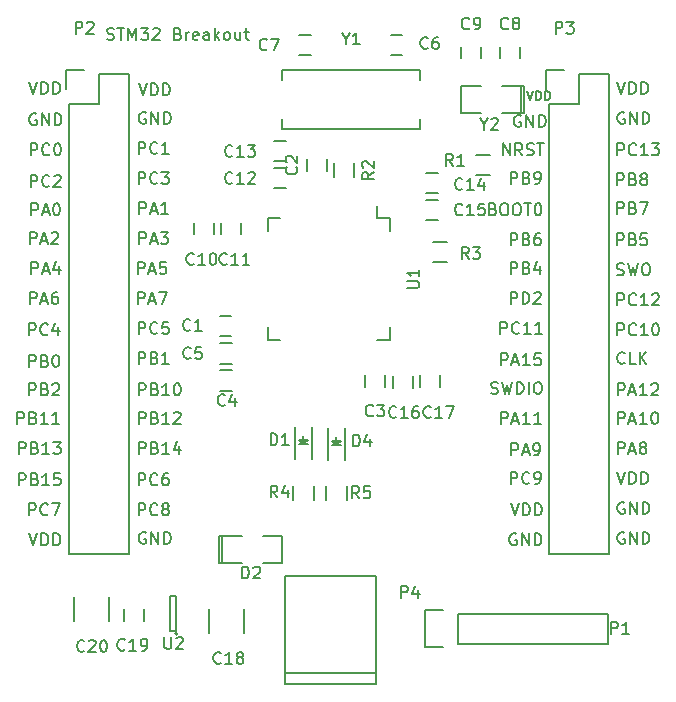
<source format=gto>
G04 #@! TF.FileFunction,Legend,Top*
%FSLAX46Y46*%
G04 Gerber Fmt 4.6, Leading zero omitted, Abs format (unit mm)*
G04 Created by KiCad (PCBNEW 4.0.0-rc1-stable) date 10/23/2015 7:55:34 PM*
%MOMM*%
G01*
G04 APERTURE LIST*
%ADD10C,0.100000*%
%ADD11C,0.203200*%
%ADD12C,0.152400*%
%ADD13C,0.150000*%
G04 APERTURE END LIST*
D10*
D11*
X56533144Y-84739238D02*
X56678287Y-84787619D01*
X56920191Y-84787619D01*
X57016953Y-84739238D01*
X57065334Y-84690857D01*
X57113715Y-84594095D01*
X57113715Y-84497333D01*
X57065334Y-84400571D01*
X57016953Y-84352190D01*
X56920191Y-84303810D01*
X56726668Y-84255429D01*
X56629906Y-84207048D01*
X56581525Y-84158667D01*
X56533144Y-84061905D01*
X56533144Y-83965143D01*
X56581525Y-83868381D01*
X56629906Y-83820000D01*
X56726668Y-83771619D01*
X56968572Y-83771619D01*
X57113715Y-83820000D01*
X57404001Y-83771619D02*
X57984572Y-83771619D01*
X57694287Y-84787619D02*
X57694287Y-83771619D01*
X58323239Y-84787619D02*
X58323239Y-83771619D01*
X58661905Y-84497333D01*
X59000572Y-83771619D01*
X59000572Y-84787619D01*
X59387620Y-83771619D02*
X60016572Y-83771619D01*
X59677906Y-84158667D01*
X59823048Y-84158667D01*
X59919810Y-84207048D01*
X59968191Y-84255429D01*
X60016572Y-84352190D01*
X60016572Y-84594095D01*
X59968191Y-84690857D01*
X59919810Y-84739238D01*
X59823048Y-84787619D01*
X59532763Y-84787619D01*
X59436001Y-84739238D01*
X59387620Y-84690857D01*
X60403620Y-83868381D02*
X60452001Y-83820000D01*
X60548763Y-83771619D01*
X60790667Y-83771619D01*
X60887429Y-83820000D01*
X60935810Y-83868381D01*
X60984191Y-83965143D01*
X60984191Y-84061905D01*
X60935810Y-84207048D01*
X60355239Y-84787619D01*
X60984191Y-84787619D01*
X62532381Y-84255429D02*
X62677524Y-84303810D01*
X62725905Y-84352190D01*
X62774286Y-84448952D01*
X62774286Y-84594095D01*
X62725905Y-84690857D01*
X62677524Y-84739238D01*
X62580762Y-84787619D01*
X62193715Y-84787619D01*
X62193715Y-83771619D01*
X62532381Y-83771619D01*
X62629143Y-83820000D01*
X62677524Y-83868381D01*
X62725905Y-83965143D01*
X62725905Y-84061905D01*
X62677524Y-84158667D01*
X62629143Y-84207048D01*
X62532381Y-84255429D01*
X62193715Y-84255429D01*
X63209715Y-84787619D02*
X63209715Y-84110286D01*
X63209715Y-84303810D02*
X63258096Y-84207048D01*
X63306477Y-84158667D01*
X63403239Y-84110286D01*
X63500000Y-84110286D01*
X64225714Y-84739238D02*
X64128952Y-84787619D01*
X63935429Y-84787619D01*
X63838667Y-84739238D01*
X63790286Y-84642476D01*
X63790286Y-84255429D01*
X63838667Y-84158667D01*
X63935429Y-84110286D01*
X64128952Y-84110286D01*
X64225714Y-84158667D01*
X64274095Y-84255429D01*
X64274095Y-84352190D01*
X63790286Y-84448952D01*
X65144952Y-84787619D02*
X65144952Y-84255429D01*
X65096571Y-84158667D01*
X64999809Y-84110286D01*
X64806286Y-84110286D01*
X64709524Y-84158667D01*
X65144952Y-84739238D02*
X65048190Y-84787619D01*
X64806286Y-84787619D01*
X64709524Y-84739238D01*
X64661143Y-84642476D01*
X64661143Y-84545714D01*
X64709524Y-84448952D01*
X64806286Y-84400571D01*
X65048190Y-84400571D01*
X65144952Y-84352190D01*
X65628762Y-84787619D02*
X65628762Y-83771619D01*
X65725524Y-84400571D02*
X66015809Y-84787619D01*
X66015809Y-84110286D02*
X65628762Y-84497333D01*
X66596381Y-84787619D02*
X66499619Y-84739238D01*
X66451238Y-84690857D01*
X66402857Y-84594095D01*
X66402857Y-84303810D01*
X66451238Y-84207048D01*
X66499619Y-84158667D01*
X66596381Y-84110286D01*
X66741523Y-84110286D01*
X66838285Y-84158667D01*
X66886666Y-84207048D01*
X66935047Y-84303810D01*
X66935047Y-84594095D01*
X66886666Y-84690857D01*
X66838285Y-84739238D01*
X66741523Y-84787619D01*
X66596381Y-84787619D01*
X67805904Y-84110286D02*
X67805904Y-84787619D01*
X67370476Y-84110286D02*
X67370476Y-84642476D01*
X67418857Y-84739238D01*
X67515619Y-84787619D01*
X67660761Y-84787619D01*
X67757523Y-84739238D01*
X67805904Y-84690857D01*
X68144571Y-84110286D02*
X68531619Y-84110286D01*
X68289714Y-83771619D02*
X68289714Y-84642476D01*
X68338095Y-84739238D01*
X68434857Y-84787619D01*
X68531619Y-84787619D01*
X90690096Y-122379619D02*
X90690096Y-121363619D01*
X91077143Y-121363619D01*
X91173905Y-121412000D01*
X91222286Y-121460381D01*
X91270667Y-121557143D01*
X91270667Y-121702286D01*
X91222286Y-121799048D01*
X91173905Y-121847429D01*
X91077143Y-121895810D01*
X90690096Y-121895810D01*
X92286667Y-122282857D02*
X92238286Y-122331238D01*
X92093143Y-122379619D01*
X91996381Y-122379619D01*
X91851239Y-122331238D01*
X91754477Y-122234476D01*
X91706096Y-122137714D01*
X91657715Y-121944190D01*
X91657715Y-121799048D01*
X91706096Y-121605524D01*
X91754477Y-121508762D01*
X91851239Y-121412000D01*
X91996381Y-121363619D01*
X92093143Y-121363619D01*
X92238286Y-121412000D01*
X92286667Y-121460381D01*
X92770477Y-122379619D02*
X92964001Y-122379619D01*
X93060762Y-122331238D01*
X93109143Y-122282857D01*
X93205905Y-122137714D01*
X93254286Y-121944190D01*
X93254286Y-121557143D01*
X93205905Y-121460381D01*
X93157524Y-121412000D01*
X93060762Y-121363619D01*
X92867239Y-121363619D01*
X92770477Y-121412000D01*
X92722096Y-121460381D01*
X92673715Y-121557143D01*
X92673715Y-121799048D01*
X92722096Y-121895810D01*
X92770477Y-121944190D01*
X92867239Y-121992571D01*
X93060762Y-121992571D01*
X93157524Y-121944190D01*
X93205905Y-121895810D01*
X93254286Y-121799048D01*
X90720334Y-124030619D02*
X91059001Y-125046619D01*
X91397667Y-124030619D01*
X91736334Y-125046619D02*
X91736334Y-124030619D01*
X91978239Y-124030619D01*
X92123381Y-124079000D01*
X92220143Y-124175762D01*
X92268524Y-124272524D01*
X92316905Y-124466048D01*
X92316905Y-124611190D01*
X92268524Y-124804714D01*
X92220143Y-124901476D01*
X92123381Y-124998238D01*
X91978239Y-125046619D01*
X91736334Y-125046619D01*
X92752334Y-125046619D02*
X92752334Y-124030619D01*
X92994239Y-124030619D01*
X93139381Y-124079000D01*
X93236143Y-124175762D01*
X93284524Y-124272524D01*
X93332905Y-124466048D01*
X93332905Y-124611190D01*
X93284524Y-124804714D01*
X93236143Y-124901476D01*
X93139381Y-124998238D01*
X92994239Y-125046619D01*
X92752334Y-125046619D01*
X91173905Y-126619000D02*
X91077143Y-126570619D01*
X90932000Y-126570619D01*
X90786858Y-126619000D01*
X90690096Y-126715762D01*
X90641715Y-126812524D01*
X90593334Y-127006048D01*
X90593334Y-127151190D01*
X90641715Y-127344714D01*
X90690096Y-127441476D01*
X90786858Y-127538238D01*
X90932000Y-127586619D01*
X91028762Y-127586619D01*
X91173905Y-127538238D01*
X91222286Y-127489857D01*
X91222286Y-127151190D01*
X91028762Y-127151190D01*
X91657715Y-127586619D02*
X91657715Y-126570619D01*
X92238286Y-127586619D01*
X92238286Y-126570619D01*
X92722096Y-127586619D02*
X92722096Y-126570619D01*
X92964001Y-126570619D01*
X93109143Y-126619000D01*
X93205905Y-126715762D01*
X93254286Y-126812524D01*
X93302667Y-127006048D01*
X93302667Y-127151190D01*
X93254286Y-127344714D01*
X93205905Y-127441476D01*
X93109143Y-127538238D01*
X92964001Y-127586619D01*
X92722096Y-127586619D01*
X100317905Y-126492000D02*
X100221143Y-126443619D01*
X100076000Y-126443619D01*
X99930858Y-126492000D01*
X99834096Y-126588762D01*
X99785715Y-126685524D01*
X99737334Y-126879048D01*
X99737334Y-127024190D01*
X99785715Y-127217714D01*
X99834096Y-127314476D01*
X99930858Y-127411238D01*
X100076000Y-127459619D01*
X100172762Y-127459619D01*
X100317905Y-127411238D01*
X100366286Y-127362857D01*
X100366286Y-127024190D01*
X100172762Y-127024190D01*
X100801715Y-127459619D02*
X100801715Y-126443619D01*
X101382286Y-127459619D01*
X101382286Y-126443619D01*
X101866096Y-127459619D02*
X101866096Y-126443619D01*
X102108001Y-126443619D01*
X102253143Y-126492000D01*
X102349905Y-126588762D01*
X102398286Y-126685524D01*
X102446667Y-126879048D01*
X102446667Y-127024190D01*
X102398286Y-127217714D01*
X102349905Y-127314476D01*
X102253143Y-127411238D01*
X102108001Y-127459619D01*
X101866096Y-127459619D01*
X100317905Y-123952000D02*
X100221143Y-123903619D01*
X100076000Y-123903619D01*
X99930858Y-123952000D01*
X99834096Y-124048762D01*
X99785715Y-124145524D01*
X99737334Y-124339048D01*
X99737334Y-124484190D01*
X99785715Y-124677714D01*
X99834096Y-124774476D01*
X99930858Y-124871238D01*
X100076000Y-124919619D01*
X100172762Y-124919619D01*
X100317905Y-124871238D01*
X100366286Y-124822857D01*
X100366286Y-124484190D01*
X100172762Y-124484190D01*
X100801715Y-124919619D02*
X100801715Y-123903619D01*
X101382286Y-124919619D01*
X101382286Y-123903619D01*
X101866096Y-124919619D02*
X101866096Y-123903619D01*
X102108001Y-123903619D01*
X102253143Y-123952000D01*
X102349905Y-124048762D01*
X102398286Y-124145524D01*
X102446667Y-124339048D01*
X102446667Y-124484190D01*
X102398286Y-124677714D01*
X102349905Y-124774476D01*
X102253143Y-124871238D01*
X102108001Y-124919619D01*
X101866096Y-124919619D01*
X99737334Y-121363619D02*
X100076001Y-122379619D01*
X100414667Y-121363619D01*
X100753334Y-122379619D02*
X100753334Y-121363619D01*
X100995239Y-121363619D01*
X101140381Y-121412000D01*
X101237143Y-121508762D01*
X101285524Y-121605524D01*
X101333905Y-121799048D01*
X101333905Y-121944190D01*
X101285524Y-122137714D01*
X101237143Y-122234476D01*
X101140381Y-122331238D01*
X100995239Y-122379619D01*
X100753334Y-122379619D01*
X101769334Y-122379619D02*
X101769334Y-121363619D01*
X102011239Y-121363619D01*
X102156381Y-121412000D01*
X102253143Y-121508762D01*
X102301524Y-121605524D01*
X102349905Y-121799048D01*
X102349905Y-121944190D01*
X102301524Y-122137714D01*
X102253143Y-122234476D01*
X102156381Y-122331238D01*
X102011239Y-122379619D01*
X101769334Y-122379619D01*
X90762667Y-119966619D02*
X90762667Y-118950619D01*
X91149714Y-118950619D01*
X91246476Y-118999000D01*
X91294857Y-119047381D01*
X91343238Y-119144143D01*
X91343238Y-119289286D01*
X91294857Y-119386048D01*
X91246476Y-119434429D01*
X91149714Y-119482810D01*
X90762667Y-119482810D01*
X91730286Y-119676333D02*
X92214095Y-119676333D01*
X91633524Y-119966619D02*
X91972191Y-118950619D01*
X92310857Y-119966619D01*
X92697905Y-119966619D02*
X92891429Y-119966619D01*
X92988190Y-119918238D01*
X93036571Y-119869857D01*
X93133333Y-119724714D01*
X93181714Y-119531190D01*
X93181714Y-119144143D01*
X93133333Y-119047381D01*
X93084952Y-118999000D01*
X92988190Y-118950619D01*
X92794667Y-118950619D01*
X92697905Y-118999000D01*
X92649524Y-119047381D01*
X92601143Y-119144143D01*
X92601143Y-119386048D01*
X92649524Y-119482810D01*
X92697905Y-119531190D01*
X92794667Y-119579571D01*
X92988190Y-119579571D01*
X93084952Y-119531190D01*
X93133333Y-119482810D01*
X93181714Y-119386048D01*
X99779667Y-119839619D02*
X99779667Y-118823619D01*
X100166714Y-118823619D01*
X100263476Y-118872000D01*
X100311857Y-118920381D01*
X100360238Y-119017143D01*
X100360238Y-119162286D01*
X100311857Y-119259048D01*
X100263476Y-119307429D01*
X100166714Y-119355810D01*
X99779667Y-119355810D01*
X100747286Y-119549333D02*
X101231095Y-119549333D01*
X100650524Y-119839619D02*
X100989191Y-118823619D01*
X101327857Y-119839619D01*
X101811667Y-119259048D02*
X101714905Y-119210667D01*
X101666524Y-119162286D01*
X101618143Y-119065524D01*
X101618143Y-119017143D01*
X101666524Y-118920381D01*
X101714905Y-118872000D01*
X101811667Y-118823619D01*
X102005190Y-118823619D01*
X102101952Y-118872000D01*
X102150333Y-118920381D01*
X102198714Y-119017143D01*
X102198714Y-119065524D01*
X102150333Y-119162286D01*
X102101952Y-119210667D01*
X102005190Y-119259048D01*
X101811667Y-119259048D01*
X101714905Y-119307429D01*
X101666524Y-119355810D01*
X101618143Y-119452571D01*
X101618143Y-119646095D01*
X101666524Y-119742857D01*
X101714905Y-119791238D01*
X101811667Y-119839619D01*
X102005190Y-119839619D01*
X102101952Y-119791238D01*
X102150333Y-119742857D01*
X102198714Y-119646095D01*
X102198714Y-119452571D01*
X102150333Y-119355810D01*
X102101952Y-119307429D01*
X102005190Y-119259048D01*
X89897858Y-117299619D02*
X89897858Y-116283619D01*
X90284905Y-116283619D01*
X90381667Y-116332000D01*
X90430048Y-116380381D01*
X90478429Y-116477143D01*
X90478429Y-116622286D01*
X90430048Y-116719048D01*
X90381667Y-116767429D01*
X90284905Y-116815810D01*
X89897858Y-116815810D01*
X90865477Y-117009333D02*
X91349286Y-117009333D01*
X90768715Y-117299619D02*
X91107382Y-116283619D01*
X91446048Y-117299619D01*
X92316905Y-117299619D02*
X91736334Y-117299619D01*
X92026620Y-117299619D02*
X92026620Y-116283619D01*
X91929858Y-116428762D01*
X91833096Y-116525524D01*
X91736334Y-116573905D01*
X93284524Y-117299619D02*
X92703953Y-117299619D01*
X92994239Y-117299619D02*
X92994239Y-116283619D01*
X92897477Y-116428762D01*
X92800715Y-116525524D01*
X92703953Y-116573905D01*
X99803858Y-117299619D02*
X99803858Y-116283619D01*
X100190905Y-116283619D01*
X100287667Y-116332000D01*
X100336048Y-116380381D01*
X100384429Y-116477143D01*
X100384429Y-116622286D01*
X100336048Y-116719048D01*
X100287667Y-116767429D01*
X100190905Y-116815810D01*
X99803858Y-116815810D01*
X100771477Y-117009333D02*
X101255286Y-117009333D01*
X100674715Y-117299619D02*
X101013382Y-116283619D01*
X101352048Y-117299619D01*
X102222905Y-117299619D02*
X101642334Y-117299619D01*
X101932620Y-117299619D02*
X101932620Y-116283619D01*
X101835858Y-116428762D01*
X101739096Y-116525524D01*
X101642334Y-116573905D01*
X102851858Y-116283619D02*
X102948619Y-116283619D01*
X103045381Y-116332000D01*
X103093762Y-116380381D01*
X103142143Y-116477143D01*
X103190524Y-116670667D01*
X103190524Y-116912571D01*
X103142143Y-117106095D01*
X103093762Y-117202857D01*
X103045381Y-117251238D01*
X102948619Y-117299619D01*
X102851858Y-117299619D01*
X102755096Y-117251238D01*
X102706715Y-117202857D01*
X102658334Y-117106095D01*
X102609953Y-116912571D01*
X102609953Y-116670667D01*
X102658334Y-116477143D01*
X102706715Y-116380381D01*
X102755096Y-116332000D01*
X102851858Y-116283619D01*
X99803858Y-114886619D02*
X99803858Y-113870619D01*
X100190905Y-113870619D01*
X100287667Y-113919000D01*
X100336048Y-113967381D01*
X100384429Y-114064143D01*
X100384429Y-114209286D01*
X100336048Y-114306048D01*
X100287667Y-114354429D01*
X100190905Y-114402810D01*
X99803858Y-114402810D01*
X100771477Y-114596333D02*
X101255286Y-114596333D01*
X100674715Y-114886619D02*
X101013382Y-113870619D01*
X101352048Y-114886619D01*
X102222905Y-114886619D02*
X101642334Y-114886619D01*
X101932620Y-114886619D02*
X101932620Y-113870619D01*
X101835858Y-114015762D01*
X101739096Y-114112524D01*
X101642334Y-114160905D01*
X102609953Y-113967381D02*
X102658334Y-113919000D01*
X102755096Y-113870619D01*
X102997000Y-113870619D01*
X103093762Y-113919000D01*
X103142143Y-113967381D01*
X103190524Y-114064143D01*
X103190524Y-114160905D01*
X103142143Y-114306048D01*
X102561572Y-114886619D01*
X103190524Y-114886619D01*
X89033048Y-114711238D02*
X89178191Y-114759619D01*
X89420095Y-114759619D01*
X89516857Y-114711238D01*
X89565238Y-114662857D01*
X89613619Y-114566095D01*
X89613619Y-114469333D01*
X89565238Y-114372571D01*
X89516857Y-114324190D01*
X89420095Y-114275810D01*
X89226572Y-114227429D01*
X89129810Y-114179048D01*
X89081429Y-114130667D01*
X89033048Y-114033905D01*
X89033048Y-113937143D01*
X89081429Y-113840381D01*
X89129810Y-113792000D01*
X89226572Y-113743619D01*
X89468476Y-113743619D01*
X89613619Y-113792000D01*
X89952286Y-113743619D02*
X90194191Y-114759619D01*
X90387714Y-114033905D01*
X90581238Y-114759619D01*
X90823143Y-113743619D01*
X91210191Y-114759619D02*
X91210191Y-113743619D01*
X91452096Y-113743619D01*
X91597238Y-113792000D01*
X91694000Y-113888762D01*
X91742381Y-113985524D01*
X91790762Y-114179048D01*
X91790762Y-114324190D01*
X91742381Y-114517714D01*
X91694000Y-114614476D01*
X91597238Y-114711238D01*
X91452096Y-114759619D01*
X91210191Y-114759619D01*
X92226191Y-114759619D02*
X92226191Y-113743619D01*
X92903525Y-113743619D02*
X93097048Y-113743619D01*
X93193810Y-113792000D01*
X93290572Y-113888762D01*
X93338953Y-114082286D01*
X93338953Y-114420952D01*
X93290572Y-114614476D01*
X93193810Y-114711238D01*
X93097048Y-114759619D01*
X92903525Y-114759619D01*
X92806763Y-114711238D01*
X92710001Y-114614476D01*
X92661620Y-114420952D01*
X92661620Y-114082286D01*
X92710001Y-113888762D01*
X92806763Y-113792000D01*
X92903525Y-113743619D01*
X89897858Y-112346619D02*
X89897858Y-111330619D01*
X90284905Y-111330619D01*
X90381667Y-111379000D01*
X90430048Y-111427381D01*
X90478429Y-111524143D01*
X90478429Y-111669286D01*
X90430048Y-111766048D01*
X90381667Y-111814429D01*
X90284905Y-111862810D01*
X89897858Y-111862810D01*
X90865477Y-112056333D02*
X91349286Y-112056333D01*
X90768715Y-112346619D02*
X91107382Y-111330619D01*
X91446048Y-112346619D01*
X92316905Y-112346619D02*
X91736334Y-112346619D01*
X92026620Y-112346619D02*
X92026620Y-111330619D01*
X91929858Y-111475762D01*
X91833096Y-111572524D01*
X91736334Y-111620905D01*
X93236143Y-111330619D02*
X92752334Y-111330619D01*
X92703953Y-111814429D01*
X92752334Y-111766048D01*
X92849096Y-111717667D01*
X93091000Y-111717667D01*
X93187762Y-111766048D01*
X93236143Y-111814429D01*
X93284524Y-111911190D01*
X93284524Y-112153095D01*
X93236143Y-112249857D01*
X93187762Y-112298238D01*
X93091000Y-112346619D01*
X92849096Y-112346619D01*
X92752334Y-112298238D01*
X92703953Y-112249857D01*
X89825286Y-109679619D02*
X89825286Y-108663619D01*
X90212333Y-108663619D01*
X90309095Y-108712000D01*
X90357476Y-108760381D01*
X90405857Y-108857143D01*
X90405857Y-109002286D01*
X90357476Y-109099048D01*
X90309095Y-109147429D01*
X90212333Y-109195810D01*
X89825286Y-109195810D01*
X91421857Y-109582857D02*
X91373476Y-109631238D01*
X91228333Y-109679619D01*
X91131571Y-109679619D01*
X90986429Y-109631238D01*
X90889667Y-109534476D01*
X90841286Y-109437714D01*
X90792905Y-109244190D01*
X90792905Y-109099048D01*
X90841286Y-108905524D01*
X90889667Y-108808762D01*
X90986429Y-108712000D01*
X91131571Y-108663619D01*
X91228333Y-108663619D01*
X91373476Y-108712000D01*
X91421857Y-108760381D01*
X92389476Y-109679619D02*
X91808905Y-109679619D01*
X92099191Y-109679619D02*
X92099191Y-108663619D01*
X92002429Y-108808762D01*
X91905667Y-108905524D01*
X91808905Y-108953905D01*
X93357095Y-109679619D02*
X92776524Y-109679619D01*
X93066810Y-109679619D02*
X93066810Y-108663619D01*
X92970048Y-108808762D01*
X92873286Y-108905524D01*
X92776524Y-108953905D01*
X100360238Y-112122857D02*
X100311857Y-112171238D01*
X100166714Y-112219619D01*
X100069952Y-112219619D01*
X99924810Y-112171238D01*
X99828048Y-112074476D01*
X99779667Y-111977714D01*
X99731286Y-111784190D01*
X99731286Y-111639048D01*
X99779667Y-111445524D01*
X99828048Y-111348762D01*
X99924810Y-111252000D01*
X100069952Y-111203619D01*
X100166714Y-111203619D01*
X100311857Y-111252000D01*
X100360238Y-111300381D01*
X101279476Y-112219619D02*
X100795667Y-112219619D01*
X100795667Y-111203619D01*
X101618143Y-112219619D02*
X101618143Y-111203619D01*
X102198714Y-112219619D02*
X101763286Y-111639048D01*
X102198714Y-111203619D02*
X101618143Y-111784190D01*
X90690096Y-107139619D02*
X90690096Y-106123619D01*
X91077143Y-106123619D01*
X91173905Y-106172000D01*
X91222286Y-106220381D01*
X91270667Y-106317143D01*
X91270667Y-106462286D01*
X91222286Y-106559048D01*
X91173905Y-106607429D01*
X91077143Y-106655810D01*
X90690096Y-106655810D01*
X91706096Y-107139619D02*
X91706096Y-106123619D01*
X91948001Y-106123619D01*
X92093143Y-106172000D01*
X92189905Y-106268762D01*
X92238286Y-106365524D01*
X92286667Y-106559048D01*
X92286667Y-106704190D01*
X92238286Y-106897714D01*
X92189905Y-106994476D01*
X92093143Y-107091238D01*
X91948001Y-107139619D01*
X91706096Y-107139619D01*
X92673715Y-106220381D02*
X92722096Y-106172000D01*
X92818858Y-106123619D01*
X93060762Y-106123619D01*
X93157524Y-106172000D01*
X93205905Y-106220381D01*
X93254286Y-106317143D01*
X93254286Y-106413905D01*
X93205905Y-106559048D01*
X92625334Y-107139619D01*
X93254286Y-107139619D01*
X90690096Y-104599619D02*
X90690096Y-103583619D01*
X91077143Y-103583619D01*
X91173905Y-103632000D01*
X91222286Y-103680381D01*
X91270667Y-103777143D01*
X91270667Y-103922286D01*
X91222286Y-104019048D01*
X91173905Y-104067429D01*
X91077143Y-104115810D01*
X90690096Y-104115810D01*
X92044762Y-104067429D02*
X92189905Y-104115810D01*
X92238286Y-104164190D01*
X92286667Y-104260952D01*
X92286667Y-104406095D01*
X92238286Y-104502857D01*
X92189905Y-104551238D01*
X92093143Y-104599619D01*
X91706096Y-104599619D01*
X91706096Y-103583619D01*
X92044762Y-103583619D01*
X92141524Y-103632000D01*
X92189905Y-103680381D01*
X92238286Y-103777143D01*
X92238286Y-103873905D01*
X92189905Y-103970667D01*
X92141524Y-104019048D01*
X92044762Y-104067429D01*
X91706096Y-104067429D01*
X93157524Y-103922286D02*
X93157524Y-104599619D01*
X92915620Y-103535238D02*
X92673715Y-104260952D01*
X93302667Y-104260952D01*
X90690096Y-102186619D02*
X90690096Y-101170619D01*
X91077143Y-101170619D01*
X91173905Y-101219000D01*
X91222286Y-101267381D01*
X91270667Y-101364143D01*
X91270667Y-101509286D01*
X91222286Y-101606048D01*
X91173905Y-101654429D01*
X91077143Y-101702810D01*
X90690096Y-101702810D01*
X92044762Y-101654429D02*
X92189905Y-101702810D01*
X92238286Y-101751190D01*
X92286667Y-101847952D01*
X92286667Y-101993095D01*
X92238286Y-102089857D01*
X92189905Y-102138238D01*
X92093143Y-102186619D01*
X91706096Y-102186619D01*
X91706096Y-101170619D01*
X92044762Y-101170619D01*
X92141524Y-101219000D01*
X92189905Y-101267381D01*
X92238286Y-101364143D01*
X92238286Y-101460905D01*
X92189905Y-101557667D01*
X92141524Y-101606048D01*
X92044762Y-101654429D01*
X91706096Y-101654429D01*
X93157524Y-101170619D02*
X92964001Y-101170619D01*
X92867239Y-101219000D01*
X92818858Y-101267381D01*
X92722096Y-101412524D01*
X92673715Y-101606048D01*
X92673715Y-101993095D01*
X92722096Y-102089857D01*
X92770477Y-102138238D01*
X92867239Y-102186619D01*
X93060762Y-102186619D01*
X93157524Y-102138238D01*
X93205905Y-102089857D01*
X93254286Y-101993095D01*
X93254286Y-101751190D01*
X93205905Y-101654429D01*
X93157524Y-101606048D01*
X93060762Y-101557667D01*
X92867239Y-101557667D01*
X92770477Y-101606048D01*
X92722096Y-101654429D01*
X92673715Y-101751190D01*
X99731286Y-109806619D02*
X99731286Y-108790619D01*
X100118333Y-108790619D01*
X100215095Y-108839000D01*
X100263476Y-108887381D01*
X100311857Y-108984143D01*
X100311857Y-109129286D01*
X100263476Y-109226048D01*
X100215095Y-109274429D01*
X100118333Y-109322810D01*
X99731286Y-109322810D01*
X101327857Y-109709857D02*
X101279476Y-109758238D01*
X101134333Y-109806619D01*
X101037571Y-109806619D01*
X100892429Y-109758238D01*
X100795667Y-109661476D01*
X100747286Y-109564714D01*
X100698905Y-109371190D01*
X100698905Y-109226048D01*
X100747286Y-109032524D01*
X100795667Y-108935762D01*
X100892429Y-108839000D01*
X101037571Y-108790619D01*
X101134333Y-108790619D01*
X101279476Y-108839000D01*
X101327857Y-108887381D01*
X102295476Y-109806619D02*
X101714905Y-109806619D01*
X102005191Y-109806619D02*
X102005191Y-108790619D01*
X101908429Y-108935762D01*
X101811667Y-109032524D01*
X101714905Y-109080905D01*
X102924429Y-108790619D02*
X103021190Y-108790619D01*
X103117952Y-108839000D01*
X103166333Y-108887381D01*
X103214714Y-108984143D01*
X103263095Y-109177667D01*
X103263095Y-109419571D01*
X103214714Y-109613095D01*
X103166333Y-109709857D01*
X103117952Y-109758238D01*
X103021190Y-109806619D01*
X102924429Y-109806619D01*
X102827667Y-109758238D01*
X102779286Y-109709857D01*
X102730905Y-109613095D01*
X102682524Y-109419571D01*
X102682524Y-109177667D01*
X102730905Y-108984143D01*
X102779286Y-108887381D01*
X102827667Y-108839000D01*
X102924429Y-108790619D01*
X99731286Y-107266619D02*
X99731286Y-106250619D01*
X100118333Y-106250619D01*
X100215095Y-106299000D01*
X100263476Y-106347381D01*
X100311857Y-106444143D01*
X100311857Y-106589286D01*
X100263476Y-106686048D01*
X100215095Y-106734429D01*
X100118333Y-106782810D01*
X99731286Y-106782810D01*
X101327857Y-107169857D02*
X101279476Y-107218238D01*
X101134333Y-107266619D01*
X101037571Y-107266619D01*
X100892429Y-107218238D01*
X100795667Y-107121476D01*
X100747286Y-107024714D01*
X100698905Y-106831190D01*
X100698905Y-106686048D01*
X100747286Y-106492524D01*
X100795667Y-106395762D01*
X100892429Y-106299000D01*
X101037571Y-106250619D01*
X101134333Y-106250619D01*
X101279476Y-106299000D01*
X101327857Y-106347381D01*
X102295476Y-107266619D02*
X101714905Y-107266619D01*
X102005191Y-107266619D02*
X102005191Y-106250619D01*
X101908429Y-106395762D01*
X101811667Y-106492524D01*
X101714905Y-106540905D01*
X102682524Y-106347381D02*
X102730905Y-106299000D01*
X102827667Y-106250619D01*
X103069571Y-106250619D01*
X103166333Y-106299000D01*
X103214714Y-106347381D01*
X103263095Y-106444143D01*
X103263095Y-106540905D01*
X103214714Y-106686048D01*
X102634143Y-107266619D01*
X103263095Y-107266619D01*
X99688953Y-104678238D02*
X99834096Y-104726619D01*
X100076000Y-104726619D01*
X100172762Y-104678238D01*
X100221143Y-104629857D01*
X100269524Y-104533095D01*
X100269524Y-104436333D01*
X100221143Y-104339571D01*
X100172762Y-104291190D01*
X100076000Y-104242810D01*
X99882477Y-104194429D01*
X99785715Y-104146048D01*
X99737334Y-104097667D01*
X99688953Y-104000905D01*
X99688953Y-103904143D01*
X99737334Y-103807381D01*
X99785715Y-103759000D01*
X99882477Y-103710619D01*
X100124381Y-103710619D01*
X100269524Y-103759000D01*
X100608191Y-103710619D02*
X100850096Y-104726619D01*
X101043619Y-104000905D01*
X101237143Y-104726619D01*
X101479048Y-103710619D01*
X102059620Y-103710619D02*
X102253143Y-103710619D01*
X102349905Y-103759000D01*
X102446667Y-103855762D01*
X102495048Y-104049286D01*
X102495048Y-104387952D01*
X102446667Y-104581476D01*
X102349905Y-104678238D01*
X102253143Y-104726619D01*
X102059620Y-104726619D01*
X101962858Y-104678238D01*
X101866096Y-104581476D01*
X101817715Y-104387952D01*
X101817715Y-104049286D01*
X101866096Y-103855762D01*
X101962858Y-103759000D01*
X102059620Y-103710619D01*
X99707096Y-102186619D02*
X99707096Y-101170619D01*
X100094143Y-101170619D01*
X100190905Y-101219000D01*
X100239286Y-101267381D01*
X100287667Y-101364143D01*
X100287667Y-101509286D01*
X100239286Y-101606048D01*
X100190905Y-101654429D01*
X100094143Y-101702810D01*
X99707096Y-101702810D01*
X101061762Y-101654429D02*
X101206905Y-101702810D01*
X101255286Y-101751190D01*
X101303667Y-101847952D01*
X101303667Y-101993095D01*
X101255286Y-102089857D01*
X101206905Y-102138238D01*
X101110143Y-102186619D01*
X100723096Y-102186619D01*
X100723096Y-101170619D01*
X101061762Y-101170619D01*
X101158524Y-101219000D01*
X101206905Y-101267381D01*
X101255286Y-101364143D01*
X101255286Y-101460905D01*
X101206905Y-101557667D01*
X101158524Y-101606048D01*
X101061762Y-101654429D01*
X100723096Y-101654429D01*
X102222905Y-101170619D02*
X101739096Y-101170619D01*
X101690715Y-101654429D01*
X101739096Y-101606048D01*
X101835858Y-101557667D01*
X102077762Y-101557667D01*
X102174524Y-101606048D01*
X102222905Y-101654429D01*
X102271286Y-101751190D01*
X102271286Y-101993095D01*
X102222905Y-102089857D01*
X102174524Y-102138238D01*
X102077762Y-102186619D01*
X101835858Y-102186619D01*
X101739096Y-102138238D01*
X101690715Y-102089857D01*
X89196333Y-99114429D02*
X89341476Y-99162810D01*
X89389857Y-99211190D01*
X89438238Y-99307952D01*
X89438238Y-99453095D01*
X89389857Y-99549857D01*
X89341476Y-99598238D01*
X89244714Y-99646619D01*
X88857667Y-99646619D01*
X88857667Y-98630619D01*
X89196333Y-98630619D01*
X89293095Y-98679000D01*
X89341476Y-98727381D01*
X89389857Y-98824143D01*
X89389857Y-98920905D01*
X89341476Y-99017667D01*
X89293095Y-99066048D01*
X89196333Y-99114429D01*
X88857667Y-99114429D01*
X90067191Y-98630619D02*
X90260714Y-98630619D01*
X90357476Y-98679000D01*
X90454238Y-98775762D01*
X90502619Y-98969286D01*
X90502619Y-99307952D01*
X90454238Y-99501476D01*
X90357476Y-99598238D01*
X90260714Y-99646619D01*
X90067191Y-99646619D01*
X89970429Y-99598238D01*
X89873667Y-99501476D01*
X89825286Y-99307952D01*
X89825286Y-98969286D01*
X89873667Y-98775762D01*
X89970429Y-98679000D01*
X90067191Y-98630619D01*
X91131572Y-98630619D02*
X91325095Y-98630619D01*
X91421857Y-98679000D01*
X91518619Y-98775762D01*
X91567000Y-98969286D01*
X91567000Y-99307952D01*
X91518619Y-99501476D01*
X91421857Y-99598238D01*
X91325095Y-99646619D01*
X91131572Y-99646619D01*
X91034810Y-99598238D01*
X90938048Y-99501476D01*
X90889667Y-99307952D01*
X90889667Y-98969286D01*
X90938048Y-98775762D01*
X91034810Y-98679000D01*
X91131572Y-98630619D01*
X91857286Y-98630619D02*
X92437857Y-98630619D01*
X92147572Y-99646619D02*
X92147572Y-98630619D01*
X92970048Y-98630619D02*
X93066809Y-98630619D01*
X93163571Y-98679000D01*
X93211952Y-98727381D01*
X93260333Y-98824143D01*
X93308714Y-99017667D01*
X93308714Y-99259571D01*
X93260333Y-99453095D01*
X93211952Y-99549857D01*
X93163571Y-99598238D01*
X93066809Y-99646619D01*
X92970048Y-99646619D01*
X92873286Y-99598238D01*
X92824905Y-99549857D01*
X92776524Y-99453095D01*
X92728143Y-99259571D01*
X92728143Y-99017667D01*
X92776524Y-98824143D01*
X92824905Y-98727381D01*
X92873286Y-98679000D01*
X92970048Y-98630619D01*
X99707096Y-99519619D02*
X99707096Y-98503619D01*
X100094143Y-98503619D01*
X100190905Y-98552000D01*
X100239286Y-98600381D01*
X100287667Y-98697143D01*
X100287667Y-98842286D01*
X100239286Y-98939048D01*
X100190905Y-98987429D01*
X100094143Y-99035810D01*
X99707096Y-99035810D01*
X101061762Y-98987429D02*
X101206905Y-99035810D01*
X101255286Y-99084190D01*
X101303667Y-99180952D01*
X101303667Y-99326095D01*
X101255286Y-99422857D01*
X101206905Y-99471238D01*
X101110143Y-99519619D01*
X100723096Y-99519619D01*
X100723096Y-98503619D01*
X101061762Y-98503619D01*
X101158524Y-98552000D01*
X101206905Y-98600381D01*
X101255286Y-98697143D01*
X101255286Y-98793905D01*
X101206905Y-98890667D01*
X101158524Y-98939048D01*
X101061762Y-98987429D01*
X100723096Y-98987429D01*
X101642334Y-98503619D02*
X102319667Y-98503619D01*
X101884239Y-99519619D01*
X90690096Y-96979619D02*
X90690096Y-95963619D01*
X91077143Y-95963619D01*
X91173905Y-96012000D01*
X91222286Y-96060381D01*
X91270667Y-96157143D01*
X91270667Y-96302286D01*
X91222286Y-96399048D01*
X91173905Y-96447429D01*
X91077143Y-96495810D01*
X90690096Y-96495810D01*
X92044762Y-96447429D02*
X92189905Y-96495810D01*
X92238286Y-96544190D01*
X92286667Y-96640952D01*
X92286667Y-96786095D01*
X92238286Y-96882857D01*
X92189905Y-96931238D01*
X92093143Y-96979619D01*
X91706096Y-96979619D01*
X91706096Y-95963619D01*
X92044762Y-95963619D01*
X92141524Y-96012000D01*
X92189905Y-96060381D01*
X92238286Y-96157143D01*
X92238286Y-96253905D01*
X92189905Y-96350667D01*
X92141524Y-96399048D01*
X92044762Y-96447429D01*
X91706096Y-96447429D01*
X92770477Y-96979619D02*
X92964001Y-96979619D01*
X93060762Y-96931238D01*
X93109143Y-96882857D01*
X93205905Y-96737714D01*
X93254286Y-96544190D01*
X93254286Y-96157143D01*
X93205905Y-96060381D01*
X93157524Y-96012000D01*
X93060762Y-95963619D01*
X92867239Y-95963619D01*
X92770477Y-96012000D01*
X92722096Y-96060381D01*
X92673715Y-96157143D01*
X92673715Y-96399048D01*
X92722096Y-96495810D01*
X92770477Y-96544190D01*
X92867239Y-96592571D01*
X93060762Y-96592571D01*
X93157524Y-96544190D01*
X93205905Y-96495810D01*
X93254286Y-96399048D01*
X90024858Y-94566619D02*
X90024858Y-93550619D01*
X90605429Y-94566619D01*
X90605429Y-93550619D01*
X91669810Y-94566619D02*
X91331144Y-94082810D01*
X91089239Y-94566619D02*
X91089239Y-93550619D01*
X91476286Y-93550619D01*
X91573048Y-93599000D01*
X91621429Y-93647381D01*
X91669810Y-93744143D01*
X91669810Y-93889286D01*
X91621429Y-93986048D01*
X91573048Y-94034429D01*
X91476286Y-94082810D01*
X91089239Y-94082810D01*
X92056858Y-94518238D02*
X92202001Y-94566619D01*
X92443905Y-94566619D01*
X92540667Y-94518238D01*
X92589048Y-94469857D01*
X92637429Y-94373095D01*
X92637429Y-94276333D01*
X92589048Y-94179571D01*
X92540667Y-94131190D01*
X92443905Y-94082810D01*
X92250382Y-94034429D01*
X92153620Y-93986048D01*
X92105239Y-93937667D01*
X92056858Y-93840905D01*
X92056858Y-93744143D01*
X92105239Y-93647381D01*
X92153620Y-93599000D01*
X92250382Y-93550619D01*
X92492286Y-93550619D01*
X92637429Y-93599000D01*
X92927715Y-93550619D02*
X93508286Y-93550619D01*
X93218001Y-94566619D02*
X93218001Y-93550619D01*
X91554905Y-91186000D02*
X91458143Y-91137619D01*
X91313000Y-91137619D01*
X91167858Y-91186000D01*
X91071096Y-91282762D01*
X91022715Y-91379524D01*
X90974334Y-91573048D01*
X90974334Y-91718190D01*
X91022715Y-91911714D01*
X91071096Y-92008476D01*
X91167858Y-92105238D01*
X91313000Y-92153619D01*
X91409762Y-92153619D01*
X91554905Y-92105238D01*
X91603286Y-92056857D01*
X91603286Y-91718190D01*
X91409762Y-91718190D01*
X92038715Y-92153619D02*
X92038715Y-91137619D01*
X92619286Y-92153619D01*
X92619286Y-91137619D01*
X93103096Y-92153619D02*
X93103096Y-91137619D01*
X93345001Y-91137619D01*
X93490143Y-91186000D01*
X93586905Y-91282762D01*
X93635286Y-91379524D01*
X93683667Y-91573048D01*
X93683667Y-91718190D01*
X93635286Y-91911714D01*
X93586905Y-92008476D01*
X93490143Y-92105238D01*
X93345001Y-92153619D01*
X93103096Y-92153619D01*
X99707096Y-97106619D02*
X99707096Y-96090619D01*
X100094143Y-96090619D01*
X100190905Y-96139000D01*
X100239286Y-96187381D01*
X100287667Y-96284143D01*
X100287667Y-96429286D01*
X100239286Y-96526048D01*
X100190905Y-96574429D01*
X100094143Y-96622810D01*
X99707096Y-96622810D01*
X101061762Y-96574429D02*
X101206905Y-96622810D01*
X101255286Y-96671190D01*
X101303667Y-96767952D01*
X101303667Y-96913095D01*
X101255286Y-97009857D01*
X101206905Y-97058238D01*
X101110143Y-97106619D01*
X100723096Y-97106619D01*
X100723096Y-96090619D01*
X101061762Y-96090619D01*
X101158524Y-96139000D01*
X101206905Y-96187381D01*
X101255286Y-96284143D01*
X101255286Y-96380905D01*
X101206905Y-96477667D01*
X101158524Y-96526048D01*
X101061762Y-96574429D01*
X100723096Y-96574429D01*
X101884239Y-96526048D02*
X101787477Y-96477667D01*
X101739096Y-96429286D01*
X101690715Y-96332524D01*
X101690715Y-96284143D01*
X101739096Y-96187381D01*
X101787477Y-96139000D01*
X101884239Y-96090619D01*
X102077762Y-96090619D01*
X102174524Y-96139000D01*
X102222905Y-96187381D01*
X102271286Y-96284143D01*
X102271286Y-96332524D01*
X102222905Y-96429286D01*
X102174524Y-96477667D01*
X102077762Y-96526048D01*
X101884239Y-96526048D01*
X101787477Y-96574429D01*
X101739096Y-96622810D01*
X101690715Y-96719571D01*
X101690715Y-96913095D01*
X101739096Y-97009857D01*
X101787477Y-97058238D01*
X101884239Y-97106619D01*
X102077762Y-97106619D01*
X102174524Y-97058238D01*
X102222905Y-97009857D01*
X102271286Y-96913095D01*
X102271286Y-96719571D01*
X102222905Y-96622810D01*
X102174524Y-96574429D01*
X102077762Y-96526048D01*
X99731286Y-94566619D02*
X99731286Y-93550619D01*
X100118333Y-93550619D01*
X100215095Y-93599000D01*
X100263476Y-93647381D01*
X100311857Y-93744143D01*
X100311857Y-93889286D01*
X100263476Y-93986048D01*
X100215095Y-94034429D01*
X100118333Y-94082810D01*
X99731286Y-94082810D01*
X101327857Y-94469857D02*
X101279476Y-94518238D01*
X101134333Y-94566619D01*
X101037571Y-94566619D01*
X100892429Y-94518238D01*
X100795667Y-94421476D01*
X100747286Y-94324714D01*
X100698905Y-94131190D01*
X100698905Y-93986048D01*
X100747286Y-93792524D01*
X100795667Y-93695762D01*
X100892429Y-93599000D01*
X101037571Y-93550619D01*
X101134333Y-93550619D01*
X101279476Y-93599000D01*
X101327857Y-93647381D01*
X102295476Y-94566619D02*
X101714905Y-94566619D01*
X102005191Y-94566619D02*
X102005191Y-93550619D01*
X101908429Y-93695762D01*
X101811667Y-93792524D01*
X101714905Y-93840905D01*
X102634143Y-93550619D02*
X103263095Y-93550619D01*
X102924429Y-93937667D01*
X103069571Y-93937667D01*
X103166333Y-93986048D01*
X103214714Y-94034429D01*
X103263095Y-94131190D01*
X103263095Y-94373095D01*
X103214714Y-94469857D01*
X103166333Y-94518238D01*
X103069571Y-94566619D01*
X102779286Y-94566619D01*
X102682524Y-94518238D01*
X102634143Y-94469857D01*
X100317905Y-90932000D02*
X100221143Y-90883619D01*
X100076000Y-90883619D01*
X99930858Y-90932000D01*
X99834096Y-91028762D01*
X99785715Y-91125524D01*
X99737334Y-91319048D01*
X99737334Y-91464190D01*
X99785715Y-91657714D01*
X99834096Y-91754476D01*
X99930858Y-91851238D01*
X100076000Y-91899619D01*
X100172762Y-91899619D01*
X100317905Y-91851238D01*
X100366286Y-91802857D01*
X100366286Y-91464190D01*
X100172762Y-91464190D01*
X100801715Y-91899619D02*
X100801715Y-90883619D01*
X101382286Y-91899619D01*
X101382286Y-90883619D01*
X101866096Y-91899619D02*
X101866096Y-90883619D01*
X102108001Y-90883619D01*
X102253143Y-90932000D01*
X102349905Y-91028762D01*
X102398286Y-91125524D01*
X102446667Y-91319048D01*
X102446667Y-91464190D01*
X102398286Y-91657714D01*
X102349905Y-91754476D01*
X102253143Y-91851238D01*
X102108001Y-91899619D01*
X101866096Y-91899619D01*
X99737334Y-88343619D02*
X100076001Y-89359619D01*
X100414667Y-88343619D01*
X100753334Y-89359619D02*
X100753334Y-88343619D01*
X100995239Y-88343619D01*
X101140381Y-88392000D01*
X101237143Y-88488762D01*
X101285524Y-88585524D01*
X101333905Y-88779048D01*
X101333905Y-88924190D01*
X101285524Y-89117714D01*
X101237143Y-89214476D01*
X101140381Y-89311238D01*
X100995239Y-89359619D01*
X100753334Y-89359619D01*
X101769334Y-89359619D02*
X101769334Y-88343619D01*
X102011239Y-88343619D01*
X102156381Y-88392000D01*
X102253143Y-88488762D01*
X102301524Y-88585524D01*
X102349905Y-88779048D01*
X102349905Y-88924190D01*
X102301524Y-89117714D01*
X102253143Y-89214476D01*
X102156381Y-89311238D01*
X102011239Y-89359619D01*
X101769334Y-89359619D01*
D12*
X92075000Y-89117714D02*
X92329000Y-89879714D01*
X92583000Y-89117714D01*
X92837001Y-89879714D02*
X92837001Y-89117714D01*
X93018429Y-89117714D01*
X93127286Y-89154000D01*
X93199858Y-89226571D01*
X93236143Y-89299143D01*
X93272429Y-89444286D01*
X93272429Y-89553143D01*
X93236143Y-89698286D01*
X93199858Y-89770857D01*
X93127286Y-89843429D01*
X93018429Y-89879714D01*
X92837001Y-89879714D01*
X93599001Y-89879714D02*
X93599001Y-89117714D01*
X93780429Y-89117714D01*
X93889286Y-89154000D01*
X93961858Y-89226571D01*
X93998143Y-89299143D01*
X94034429Y-89444286D01*
X94034429Y-89553143D01*
X93998143Y-89698286D01*
X93961858Y-89770857D01*
X93889286Y-89843429D01*
X93780429Y-89879714D01*
X93599001Y-89879714D01*
D11*
X59804905Y-126492000D02*
X59708143Y-126443619D01*
X59563000Y-126443619D01*
X59417858Y-126492000D01*
X59321096Y-126588762D01*
X59272715Y-126685524D01*
X59224334Y-126879048D01*
X59224334Y-127024190D01*
X59272715Y-127217714D01*
X59321096Y-127314476D01*
X59417858Y-127411238D01*
X59563000Y-127459619D01*
X59659762Y-127459619D01*
X59804905Y-127411238D01*
X59853286Y-127362857D01*
X59853286Y-127024190D01*
X59659762Y-127024190D01*
X60288715Y-127459619D02*
X60288715Y-126443619D01*
X60869286Y-127459619D01*
X60869286Y-126443619D01*
X61353096Y-127459619D02*
X61353096Y-126443619D01*
X61595001Y-126443619D01*
X61740143Y-126492000D01*
X61836905Y-126588762D01*
X61885286Y-126685524D01*
X61933667Y-126879048D01*
X61933667Y-127024190D01*
X61885286Y-127217714D01*
X61836905Y-127314476D01*
X61740143Y-127411238D01*
X61595001Y-127459619D01*
X61353096Y-127459619D01*
X49953334Y-126570619D02*
X50292001Y-127586619D01*
X50630667Y-126570619D01*
X50969334Y-127586619D02*
X50969334Y-126570619D01*
X51211239Y-126570619D01*
X51356381Y-126619000D01*
X51453143Y-126715762D01*
X51501524Y-126812524D01*
X51549905Y-127006048D01*
X51549905Y-127151190D01*
X51501524Y-127344714D01*
X51453143Y-127441476D01*
X51356381Y-127538238D01*
X51211239Y-127586619D01*
X50969334Y-127586619D01*
X51985334Y-127586619D02*
X51985334Y-126570619D01*
X52227239Y-126570619D01*
X52372381Y-126619000D01*
X52469143Y-126715762D01*
X52517524Y-126812524D01*
X52565905Y-127006048D01*
X52565905Y-127151190D01*
X52517524Y-127344714D01*
X52469143Y-127441476D01*
X52372381Y-127538238D01*
X52227239Y-127586619D01*
X51985334Y-127586619D01*
X59194096Y-125046619D02*
X59194096Y-124030619D01*
X59581143Y-124030619D01*
X59677905Y-124079000D01*
X59726286Y-124127381D01*
X59774667Y-124224143D01*
X59774667Y-124369286D01*
X59726286Y-124466048D01*
X59677905Y-124514429D01*
X59581143Y-124562810D01*
X59194096Y-124562810D01*
X60790667Y-124949857D02*
X60742286Y-124998238D01*
X60597143Y-125046619D01*
X60500381Y-125046619D01*
X60355239Y-124998238D01*
X60258477Y-124901476D01*
X60210096Y-124804714D01*
X60161715Y-124611190D01*
X60161715Y-124466048D01*
X60210096Y-124272524D01*
X60258477Y-124175762D01*
X60355239Y-124079000D01*
X60500381Y-124030619D01*
X60597143Y-124030619D01*
X60742286Y-124079000D01*
X60790667Y-124127381D01*
X61371239Y-124466048D02*
X61274477Y-124417667D01*
X61226096Y-124369286D01*
X61177715Y-124272524D01*
X61177715Y-124224143D01*
X61226096Y-124127381D01*
X61274477Y-124079000D01*
X61371239Y-124030619D01*
X61564762Y-124030619D01*
X61661524Y-124079000D01*
X61709905Y-124127381D01*
X61758286Y-124224143D01*
X61758286Y-124272524D01*
X61709905Y-124369286D01*
X61661524Y-124417667D01*
X61564762Y-124466048D01*
X61371239Y-124466048D01*
X61274477Y-124514429D01*
X61226096Y-124562810D01*
X61177715Y-124659571D01*
X61177715Y-124853095D01*
X61226096Y-124949857D01*
X61274477Y-124998238D01*
X61371239Y-125046619D01*
X61564762Y-125046619D01*
X61661524Y-124998238D01*
X61709905Y-124949857D01*
X61758286Y-124853095D01*
X61758286Y-124659571D01*
X61709905Y-124562810D01*
X61661524Y-124514429D01*
X61564762Y-124466048D01*
X49923096Y-125046619D02*
X49923096Y-124030619D01*
X50310143Y-124030619D01*
X50406905Y-124079000D01*
X50455286Y-124127381D01*
X50503667Y-124224143D01*
X50503667Y-124369286D01*
X50455286Y-124466048D01*
X50406905Y-124514429D01*
X50310143Y-124562810D01*
X49923096Y-124562810D01*
X51519667Y-124949857D02*
X51471286Y-124998238D01*
X51326143Y-125046619D01*
X51229381Y-125046619D01*
X51084239Y-124998238D01*
X50987477Y-124901476D01*
X50939096Y-124804714D01*
X50890715Y-124611190D01*
X50890715Y-124466048D01*
X50939096Y-124272524D01*
X50987477Y-124175762D01*
X51084239Y-124079000D01*
X51229381Y-124030619D01*
X51326143Y-124030619D01*
X51471286Y-124079000D01*
X51519667Y-124127381D01*
X51858334Y-124030619D02*
X52535667Y-124030619D01*
X52100239Y-125046619D01*
X59194096Y-122506619D02*
X59194096Y-121490619D01*
X59581143Y-121490619D01*
X59677905Y-121539000D01*
X59726286Y-121587381D01*
X59774667Y-121684143D01*
X59774667Y-121829286D01*
X59726286Y-121926048D01*
X59677905Y-121974429D01*
X59581143Y-122022810D01*
X59194096Y-122022810D01*
X60790667Y-122409857D02*
X60742286Y-122458238D01*
X60597143Y-122506619D01*
X60500381Y-122506619D01*
X60355239Y-122458238D01*
X60258477Y-122361476D01*
X60210096Y-122264714D01*
X60161715Y-122071190D01*
X60161715Y-121926048D01*
X60210096Y-121732524D01*
X60258477Y-121635762D01*
X60355239Y-121539000D01*
X60500381Y-121490619D01*
X60597143Y-121490619D01*
X60742286Y-121539000D01*
X60790667Y-121587381D01*
X61661524Y-121490619D02*
X61468001Y-121490619D01*
X61371239Y-121539000D01*
X61322858Y-121587381D01*
X61226096Y-121732524D01*
X61177715Y-121926048D01*
X61177715Y-122313095D01*
X61226096Y-122409857D01*
X61274477Y-122458238D01*
X61371239Y-122506619D01*
X61564762Y-122506619D01*
X61661524Y-122458238D01*
X61709905Y-122409857D01*
X61758286Y-122313095D01*
X61758286Y-122071190D01*
X61709905Y-121974429D01*
X61661524Y-121926048D01*
X61564762Y-121877667D01*
X61371239Y-121877667D01*
X61274477Y-121926048D01*
X61226096Y-121974429D01*
X61177715Y-122071190D01*
X49058286Y-122506619D02*
X49058286Y-121490619D01*
X49445333Y-121490619D01*
X49542095Y-121539000D01*
X49590476Y-121587381D01*
X49638857Y-121684143D01*
X49638857Y-121829286D01*
X49590476Y-121926048D01*
X49542095Y-121974429D01*
X49445333Y-122022810D01*
X49058286Y-122022810D01*
X50412952Y-121974429D02*
X50558095Y-122022810D01*
X50606476Y-122071190D01*
X50654857Y-122167952D01*
X50654857Y-122313095D01*
X50606476Y-122409857D01*
X50558095Y-122458238D01*
X50461333Y-122506619D01*
X50074286Y-122506619D01*
X50074286Y-121490619D01*
X50412952Y-121490619D01*
X50509714Y-121539000D01*
X50558095Y-121587381D01*
X50606476Y-121684143D01*
X50606476Y-121780905D01*
X50558095Y-121877667D01*
X50509714Y-121926048D01*
X50412952Y-121974429D01*
X50074286Y-121974429D01*
X51622476Y-122506619D02*
X51041905Y-122506619D01*
X51332191Y-122506619D02*
X51332191Y-121490619D01*
X51235429Y-121635762D01*
X51138667Y-121732524D01*
X51041905Y-121780905D01*
X52541714Y-121490619D02*
X52057905Y-121490619D01*
X52009524Y-121974429D01*
X52057905Y-121926048D01*
X52154667Y-121877667D01*
X52396571Y-121877667D01*
X52493333Y-121926048D01*
X52541714Y-121974429D01*
X52590095Y-122071190D01*
X52590095Y-122313095D01*
X52541714Y-122409857D01*
X52493333Y-122458238D01*
X52396571Y-122506619D01*
X52154667Y-122506619D01*
X52057905Y-122458238D01*
X52009524Y-122409857D01*
X59218286Y-119839619D02*
X59218286Y-118823619D01*
X59605333Y-118823619D01*
X59702095Y-118872000D01*
X59750476Y-118920381D01*
X59798857Y-119017143D01*
X59798857Y-119162286D01*
X59750476Y-119259048D01*
X59702095Y-119307429D01*
X59605333Y-119355810D01*
X59218286Y-119355810D01*
X60572952Y-119307429D02*
X60718095Y-119355810D01*
X60766476Y-119404190D01*
X60814857Y-119500952D01*
X60814857Y-119646095D01*
X60766476Y-119742857D01*
X60718095Y-119791238D01*
X60621333Y-119839619D01*
X60234286Y-119839619D01*
X60234286Y-118823619D01*
X60572952Y-118823619D01*
X60669714Y-118872000D01*
X60718095Y-118920381D01*
X60766476Y-119017143D01*
X60766476Y-119113905D01*
X60718095Y-119210667D01*
X60669714Y-119259048D01*
X60572952Y-119307429D01*
X60234286Y-119307429D01*
X61782476Y-119839619D02*
X61201905Y-119839619D01*
X61492191Y-119839619D02*
X61492191Y-118823619D01*
X61395429Y-118968762D01*
X61298667Y-119065524D01*
X61201905Y-119113905D01*
X62653333Y-119162286D02*
X62653333Y-119839619D01*
X62411429Y-118775238D02*
X62169524Y-119500952D01*
X62798476Y-119500952D01*
X49058286Y-119839619D02*
X49058286Y-118823619D01*
X49445333Y-118823619D01*
X49542095Y-118872000D01*
X49590476Y-118920381D01*
X49638857Y-119017143D01*
X49638857Y-119162286D01*
X49590476Y-119259048D01*
X49542095Y-119307429D01*
X49445333Y-119355810D01*
X49058286Y-119355810D01*
X50412952Y-119307429D02*
X50558095Y-119355810D01*
X50606476Y-119404190D01*
X50654857Y-119500952D01*
X50654857Y-119646095D01*
X50606476Y-119742857D01*
X50558095Y-119791238D01*
X50461333Y-119839619D01*
X50074286Y-119839619D01*
X50074286Y-118823619D01*
X50412952Y-118823619D01*
X50509714Y-118872000D01*
X50558095Y-118920381D01*
X50606476Y-119017143D01*
X50606476Y-119113905D01*
X50558095Y-119210667D01*
X50509714Y-119259048D01*
X50412952Y-119307429D01*
X50074286Y-119307429D01*
X51622476Y-119839619D02*
X51041905Y-119839619D01*
X51332191Y-119839619D02*
X51332191Y-118823619D01*
X51235429Y-118968762D01*
X51138667Y-119065524D01*
X51041905Y-119113905D01*
X51961143Y-118823619D02*
X52590095Y-118823619D01*
X52251429Y-119210667D01*
X52396571Y-119210667D01*
X52493333Y-119259048D01*
X52541714Y-119307429D01*
X52590095Y-119404190D01*
X52590095Y-119646095D01*
X52541714Y-119742857D01*
X52493333Y-119791238D01*
X52396571Y-119839619D01*
X52106286Y-119839619D01*
X52009524Y-119791238D01*
X51961143Y-119742857D01*
X59218286Y-117299619D02*
X59218286Y-116283619D01*
X59605333Y-116283619D01*
X59702095Y-116332000D01*
X59750476Y-116380381D01*
X59798857Y-116477143D01*
X59798857Y-116622286D01*
X59750476Y-116719048D01*
X59702095Y-116767429D01*
X59605333Y-116815810D01*
X59218286Y-116815810D01*
X60572952Y-116767429D02*
X60718095Y-116815810D01*
X60766476Y-116864190D01*
X60814857Y-116960952D01*
X60814857Y-117106095D01*
X60766476Y-117202857D01*
X60718095Y-117251238D01*
X60621333Y-117299619D01*
X60234286Y-117299619D01*
X60234286Y-116283619D01*
X60572952Y-116283619D01*
X60669714Y-116332000D01*
X60718095Y-116380381D01*
X60766476Y-116477143D01*
X60766476Y-116573905D01*
X60718095Y-116670667D01*
X60669714Y-116719048D01*
X60572952Y-116767429D01*
X60234286Y-116767429D01*
X61782476Y-117299619D02*
X61201905Y-117299619D01*
X61492191Y-117299619D02*
X61492191Y-116283619D01*
X61395429Y-116428762D01*
X61298667Y-116525524D01*
X61201905Y-116573905D01*
X62169524Y-116380381D02*
X62217905Y-116332000D01*
X62314667Y-116283619D01*
X62556571Y-116283619D01*
X62653333Y-116332000D01*
X62701714Y-116380381D01*
X62750095Y-116477143D01*
X62750095Y-116573905D01*
X62701714Y-116719048D01*
X62121143Y-117299619D01*
X62750095Y-117299619D01*
X48931286Y-117299619D02*
X48931286Y-116283619D01*
X49318333Y-116283619D01*
X49415095Y-116332000D01*
X49463476Y-116380381D01*
X49511857Y-116477143D01*
X49511857Y-116622286D01*
X49463476Y-116719048D01*
X49415095Y-116767429D01*
X49318333Y-116815810D01*
X48931286Y-116815810D01*
X50285952Y-116767429D02*
X50431095Y-116815810D01*
X50479476Y-116864190D01*
X50527857Y-116960952D01*
X50527857Y-117106095D01*
X50479476Y-117202857D01*
X50431095Y-117251238D01*
X50334333Y-117299619D01*
X49947286Y-117299619D01*
X49947286Y-116283619D01*
X50285952Y-116283619D01*
X50382714Y-116332000D01*
X50431095Y-116380381D01*
X50479476Y-116477143D01*
X50479476Y-116573905D01*
X50431095Y-116670667D01*
X50382714Y-116719048D01*
X50285952Y-116767429D01*
X49947286Y-116767429D01*
X51495476Y-117299619D02*
X50914905Y-117299619D01*
X51205191Y-117299619D02*
X51205191Y-116283619D01*
X51108429Y-116428762D01*
X51011667Y-116525524D01*
X50914905Y-116573905D01*
X52463095Y-117299619D02*
X51882524Y-117299619D01*
X52172810Y-117299619D02*
X52172810Y-116283619D01*
X52076048Y-116428762D01*
X51979286Y-116525524D01*
X51882524Y-116573905D01*
X59218286Y-114886619D02*
X59218286Y-113870619D01*
X59605333Y-113870619D01*
X59702095Y-113919000D01*
X59750476Y-113967381D01*
X59798857Y-114064143D01*
X59798857Y-114209286D01*
X59750476Y-114306048D01*
X59702095Y-114354429D01*
X59605333Y-114402810D01*
X59218286Y-114402810D01*
X60572952Y-114354429D02*
X60718095Y-114402810D01*
X60766476Y-114451190D01*
X60814857Y-114547952D01*
X60814857Y-114693095D01*
X60766476Y-114789857D01*
X60718095Y-114838238D01*
X60621333Y-114886619D01*
X60234286Y-114886619D01*
X60234286Y-113870619D01*
X60572952Y-113870619D01*
X60669714Y-113919000D01*
X60718095Y-113967381D01*
X60766476Y-114064143D01*
X60766476Y-114160905D01*
X60718095Y-114257667D01*
X60669714Y-114306048D01*
X60572952Y-114354429D01*
X60234286Y-114354429D01*
X61782476Y-114886619D02*
X61201905Y-114886619D01*
X61492191Y-114886619D02*
X61492191Y-113870619D01*
X61395429Y-114015762D01*
X61298667Y-114112524D01*
X61201905Y-114160905D01*
X62411429Y-113870619D02*
X62508190Y-113870619D01*
X62604952Y-113919000D01*
X62653333Y-113967381D01*
X62701714Y-114064143D01*
X62750095Y-114257667D01*
X62750095Y-114499571D01*
X62701714Y-114693095D01*
X62653333Y-114789857D01*
X62604952Y-114838238D01*
X62508190Y-114886619D01*
X62411429Y-114886619D01*
X62314667Y-114838238D01*
X62266286Y-114789857D01*
X62217905Y-114693095D01*
X62169524Y-114499571D01*
X62169524Y-114257667D01*
X62217905Y-114064143D01*
X62266286Y-113967381D01*
X62314667Y-113919000D01*
X62411429Y-113870619D01*
X49923096Y-114886619D02*
X49923096Y-113870619D01*
X50310143Y-113870619D01*
X50406905Y-113919000D01*
X50455286Y-113967381D01*
X50503667Y-114064143D01*
X50503667Y-114209286D01*
X50455286Y-114306048D01*
X50406905Y-114354429D01*
X50310143Y-114402810D01*
X49923096Y-114402810D01*
X51277762Y-114354429D02*
X51422905Y-114402810D01*
X51471286Y-114451190D01*
X51519667Y-114547952D01*
X51519667Y-114693095D01*
X51471286Y-114789857D01*
X51422905Y-114838238D01*
X51326143Y-114886619D01*
X50939096Y-114886619D01*
X50939096Y-113870619D01*
X51277762Y-113870619D01*
X51374524Y-113919000D01*
X51422905Y-113967381D01*
X51471286Y-114064143D01*
X51471286Y-114160905D01*
X51422905Y-114257667D01*
X51374524Y-114306048D01*
X51277762Y-114354429D01*
X50939096Y-114354429D01*
X51906715Y-113967381D02*
X51955096Y-113919000D01*
X52051858Y-113870619D01*
X52293762Y-113870619D01*
X52390524Y-113919000D01*
X52438905Y-113967381D01*
X52487286Y-114064143D01*
X52487286Y-114160905D01*
X52438905Y-114306048D01*
X51858334Y-114886619D01*
X52487286Y-114886619D01*
X59194096Y-112219619D02*
X59194096Y-111203619D01*
X59581143Y-111203619D01*
X59677905Y-111252000D01*
X59726286Y-111300381D01*
X59774667Y-111397143D01*
X59774667Y-111542286D01*
X59726286Y-111639048D01*
X59677905Y-111687429D01*
X59581143Y-111735810D01*
X59194096Y-111735810D01*
X60548762Y-111687429D02*
X60693905Y-111735810D01*
X60742286Y-111784190D01*
X60790667Y-111880952D01*
X60790667Y-112026095D01*
X60742286Y-112122857D01*
X60693905Y-112171238D01*
X60597143Y-112219619D01*
X60210096Y-112219619D01*
X60210096Y-111203619D01*
X60548762Y-111203619D01*
X60645524Y-111252000D01*
X60693905Y-111300381D01*
X60742286Y-111397143D01*
X60742286Y-111493905D01*
X60693905Y-111590667D01*
X60645524Y-111639048D01*
X60548762Y-111687429D01*
X60210096Y-111687429D01*
X61758286Y-112219619D02*
X61177715Y-112219619D01*
X61468001Y-112219619D02*
X61468001Y-111203619D01*
X61371239Y-111348762D01*
X61274477Y-111445524D01*
X61177715Y-111493905D01*
X49923096Y-112473619D02*
X49923096Y-111457619D01*
X50310143Y-111457619D01*
X50406905Y-111506000D01*
X50455286Y-111554381D01*
X50503667Y-111651143D01*
X50503667Y-111796286D01*
X50455286Y-111893048D01*
X50406905Y-111941429D01*
X50310143Y-111989810D01*
X49923096Y-111989810D01*
X51277762Y-111941429D02*
X51422905Y-111989810D01*
X51471286Y-112038190D01*
X51519667Y-112134952D01*
X51519667Y-112280095D01*
X51471286Y-112376857D01*
X51422905Y-112425238D01*
X51326143Y-112473619D01*
X50939096Y-112473619D01*
X50939096Y-111457619D01*
X51277762Y-111457619D01*
X51374524Y-111506000D01*
X51422905Y-111554381D01*
X51471286Y-111651143D01*
X51471286Y-111747905D01*
X51422905Y-111844667D01*
X51374524Y-111893048D01*
X51277762Y-111941429D01*
X50939096Y-111941429D01*
X52148620Y-111457619D02*
X52245381Y-111457619D01*
X52342143Y-111506000D01*
X52390524Y-111554381D01*
X52438905Y-111651143D01*
X52487286Y-111844667D01*
X52487286Y-112086571D01*
X52438905Y-112280095D01*
X52390524Y-112376857D01*
X52342143Y-112425238D01*
X52245381Y-112473619D01*
X52148620Y-112473619D01*
X52051858Y-112425238D01*
X52003477Y-112376857D01*
X51955096Y-112280095D01*
X51906715Y-112086571D01*
X51906715Y-111844667D01*
X51955096Y-111651143D01*
X52003477Y-111554381D01*
X52051858Y-111506000D01*
X52148620Y-111457619D01*
X59194096Y-109679619D02*
X59194096Y-108663619D01*
X59581143Y-108663619D01*
X59677905Y-108712000D01*
X59726286Y-108760381D01*
X59774667Y-108857143D01*
X59774667Y-109002286D01*
X59726286Y-109099048D01*
X59677905Y-109147429D01*
X59581143Y-109195810D01*
X59194096Y-109195810D01*
X60790667Y-109582857D02*
X60742286Y-109631238D01*
X60597143Y-109679619D01*
X60500381Y-109679619D01*
X60355239Y-109631238D01*
X60258477Y-109534476D01*
X60210096Y-109437714D01*
X60161715Y-109244190D01*
X60161715Y-109099048D01*
X60210096Y-108905524D01*
X60258477Y-108808762D01*
X60355239Y-108712000D01*
X60500381Y-108663619D01*
X60597143Y-108663619D01*
X60742286Y-108712000D01*
X60790667Y-108760381D01*
X61709905Y-108663619D02*
X61226096Y-108663619D01*
X61177715Y-109147429D01*
X61226096Y-109099048D01*
X61322858Y-109050667D01*
X61564762Y-109050667D01*
X61661524Y-109099048D01*
X61709905Y-109147429D01*
X61758286Y-109244190D01*
X61758286Y-109486095D01*
X61709905Y-109582857D01*
X61661524Y-109631238D01*
X61564762Y-109679619D01*
X61322858Y-109679619D01*
X61226096Y-109631238D01*
X61177715Y-109582857D01*
X49923096Y-109806619D02*
X49923096Y-108790619D01*
X50310143Y-108790619D01*
X50406905Y-108839000D01*
X50455286Y-108887381D01*
X50503667Y-108984143D01*
X50503667Y-109129286D01*
X50455286Y-109226048D01*
X50406905Y-109274429D01*
X50310143Y-109322810D01*
X49923096Y-109322810D01*
X51519667Y-109709857D02*
X51471286Y-109758238D01*
X51326143Y-109806619D01*
X51229381Y-109806619D01*
X51084239Y-109758238D01*
X50987477Y-109661476D01*
X50939096Y-109564714D01*
X50890715Y-109371190D01*
X50890715Y-109226048D01*
X50939096Y-109032524D01*
X50987477Y-108935762D01*
X51084239Y-108839000D01*
X51229381Y-108790619D01*
X51326143Y-108790619D01*
X51471286Y-108839000D01*
X51519667Y-108887381D01*
X52390524Y-109129286D02*
X52390524Y-109806619D01*
X52148620Y-108742238D02*
X51906715Y-109467952D01*
X52535667Y-109467952D01*
X59139667Y-107139619D02*
X59139667Y-106123619D01*
X59526714Y-106123619D01*
X59623476Y-106172000D01*
X59671857Y-106220381D01*
X59720238Y-106317143D01*
X59720238Y-106462286D01*
X59671857Y-106559048D01*
X59623476Y-106607429D01*
X59526714Y-106655810D01*
X59139667Y-106655810D01*
X60107286Y-106849333D02*
X60591095Y-106849333D01*
X60010524Y-107139619D02*
X60349191Y-106123619D01*
X60687857Y-107139619D01*
X60929762Y-106123619D02*
X61607095Y-106123619D01*
X61171667Y-107139619D01*
X49995667Y-107139619D02*
X49995667Y-106123619D01*
X50382714Y-106123619D01*
X50479476Y-106172000D01*
X50527857Y-106220381D01*
X50576238Y-106317143D01*
X50576238Y-106462286D01*
X50527857Y-106559048D01*
X50479476Y-106607429D01*
X50382714Y-106655810D01*
X49995667Y-106655810D01*
X50963286Y-106849333D02*
X51447095Y-106849333D01*
X50866524Y-107139619D02*
X51205191Y-106123619D01*
X51543857Y-107139619D01*
X52317952Y-106123619D02*
X52124429Y-106123619D01*
X52027667Y-106172000D01*
X51979286Y-106220381D01*
X51882524Y-106365524D01*
X51834143Y-106559048D01*
X51834143Y-106946095D01*
X51882524Y-107042857D01*
X51930905Y-107091238D01*
X52027667Y-107139619D01*
X52221190Y-107139619D01*
X52317952Y-107091238D01*
X52366333Y-107042857D01*
X52414714Y-106946095D01*
X52414714Y-106704190D01*
X52366333Y-106607429D01*
X52317952Y-106559048D01*
X52221190Y-106510667D01*
X52027667Y-106510667D01*
X51930905Y-106559048D01*
X51882524Y-106607429D01*
X51834143Y-106704190D01*
X59139667Y-104599619D02*
X59139667Y-103583619D01*
X59526714Y-103583619D01*
X59623476Y-103632000D01*
X59671857Y-103680381D01*
X59720238Y-103777143D01*
X59720238Y-103922286D01*
X59671857Y-104019048D01*
X59623476Y-104067429D01*
X59526714Y-104115810D01*
X59139667Y-104115810D01*
X60107286Y-104309333D02*
X60591095Y-104309333D01*
X60010524Y-104599619D02*
X60349191Y-103583619D01*
X60687857Y-104599619D01*
X61510333Y-103583619D02*
X61026524Y-103583619D01*
X60978143Y-104067429D01*
X61026524Y-104019048D01*
X61123286Y-103970667D01*
X61365190Y-103970667D01*
X61461952Y-104019048D01*
X61510333Y-104067429D01*
X61558714Y-104164190D01*
X61558714Y-104406095D01*
X61510333Y-104502857D01*
X61461952Y-104551238D01*
X61365190Y-104599619D01*
X61123286Y-104599619D01*
X61026524Y-104551238D01*
X60978143Y-104502857D01*
X50122667Y-104599619D02*
X50122667Y-103583619D01*
X50509714Y-103583619D01*
X50606476Y-103632000D01*
X50654857Y-103680381D01*
X50703238Y-103777143D01*
X50703238Y-103922286D01*
X50654857Y-104019048D01*
X50606476Y-104067429D01*
X50509714Y-104115810D01*
X50122667Y-104115810D01*
X51090286Y-104309333D02*
X51574095Y-104309333D01*
X50993524Y-104599619D02*
X51332191Y-103583619D01*
X51670857Y-104599619D01*
X52444952Y-103922286D02*
X52444952Y-104599619D01*
X52203048Y-103535238D02*
X51961143Y-104260952D01*
X52590095Y-104260952D01*
X59266667Y-102059619D02*
X59266667Y-101043619D01*
X59653714Y-101043619D01*
X59750476Y-101092000D01*
X59798857Y-101140381D01*
X59847238Y-101237143D01*
X59847238Y-101382286D01*
X59798857Y-101479048D01*
X59750476Y-101527429D01*
X59653714Y-101575810D01*
X59266667Y-101575810D01*
X60234286Y-101769333D02*
X60718095Y-101769333D01*
X60137524Y-102059619D02*
X60476191Y-101043619D01*
X60814857Y-102059619D01*
X61056762Y-101043619D02*
X61685714Y-101043619D01*
X61347048Y-101430667D01*
X61492190Y-101430667D01*
X61588952Y-101479048D01*
X61637333Y-101527429D01*
X61685714Y-101624190D01*
X61685714Y-101866095D01*
X61637333Y-101962857D01*
X61588952Y-102011238D01*
X61492190Y-102059619D01*
X61201905Y-102059619D01*
X61105143Y-102011238D01*
X61056762Y-101962857D01*
X49995667Y-102059619D02*
X49995667Y-101043619D01*
X50382714Y-101043619D01*
X50479476Y-101092000D01*
X50527857Y-101140381D01*
X50576238Y-101237143D01*
X50576238Y-101382286D01*
X50527857Y-101479048D01*
X50479476Y-101527429D01*
X50382714Y-101575810D01*
X49995667Y-101575810D01*
X50963286Y-101769333D02*
X51447095Y-101769333D01*
X50866524Y-102059619D02*
X51205191Y-101043619D01*
X51543857Y-102059619D01*
X51834143Y-101140381D02*
X51882524Y-101092000D01*
X51979286Y-101043619D01*
X52221190Y-101043619D01*
X52317952Y-101092000D01*
X52366333Y-101140381D01*
X52414714Y-101237143D01*
X52414714Y-101333905D01*
X52366333Y-101479048D01*
X51785762Y-102059619D01*
X52414714Y-102059619D01*
X59266667Y-99519619D02*
X59266667Y-98503619D01*
X59653714Y-98503619D01*
X59750476Y-98552000D01*
X59798857Y-98600381D01*
X59847238Y-98697143D01*
X59847238Y-98842286D01*
X59798857Y-98939048D01*
X59750476Y-98987429D01*
X59653714Y-99035810D01*
X59266667Y-99035810D01*
X60234286Y-99229333D02*
X60718095Y-99229333D01*
X60137524Y-99519619D02*
X60476191Y-98503619D01*
X60814857Y-99519619D01*
X61685714Y-99519619D02*
X61105143Y-99519619D01*
X61395429Y-99519619D02*
X61395429Y-98503619D01*
X61298667Y-98648762D01*
X61201905Y-98745524D01*
X61105143Y-98793905D01*
X50122667Y-99646619D02*
X50122667Y-98630619D01*
X50509714Y-98630619D01*
X50606476Y-98679000D01*
X50654857Y-98727381D01*
X50703238Y-98824143D01*
X50703238Y-98969286D01*
X50654857Y-99066048D01*
X50606476Y-99114429D01*
X50509714Y-99162810D01*
X50122667Y-99162810D01*
X51090286Y-99356333D02*
X51574095Y-99356333D01*
X50993524Y-99646619D02*
X51332191Y-98630619D01*
X51670857Y-99646619D01*
X52203048Y-98630619D02*
X52299809Y-98630619D01*
X52396571Y-98679000D01*
X52444952Y-98727381D01*
X52493333Y-98824143D01*
X52541714Y-99017667D01*
X52541714Y-99259571D01*
X52493333Y-99453095D01*
X52444952Y-99549857D01*
X52396571Y-99598238D01*
X52299809Y-99646619D01*
X52203048Y-99646619D01*
X52106286Y-99598238D01*
X52057905Y-99549857D01*
X52009524Y-99453095D01*
X51961143Y-99259571D01*
X51961143Y-99017667D01*
X52009524Y-98824143D01*
X52057905Y-98727381D01*
X52106286Y-98679000D01*
X52203048Y-98630619D01*
X59194096Y-96979619D02*
X59194096Y-95963619D01*
X59581143Y-95963619D01*
X59677905Y-96012000D01*
X59726286Y-96060381D01*
X59774667Y-96157143D01*
X59774667Y-96302286D01*
X59726286Y-96399048D01*
X59677905Y-96447429D01*
X59581143Y-96495810D01*
X59194096Y-96495810D01*
X60790667Y-96882857D02*
X60742286Y-96931238D01*
X60597143Y-96979619D01*
X60500381Y-96979619D01*
X60355239Y-96931238D01*
X60258477Y-96834476D01*
X60210096Y-96737714D01*
X60161715Y-96544190D01*
X60161715Y-96399048D01*
X60210096Y-96205524D01*
X60258477Y-96108762D01*
X60355239Y-96012000D01*
X60500381Y-95963619D01*
X60597143Y-95963619D01*
X60742286Y-96012000D01*
X60790667Y-96060381D01*
X61129334Y-95963619D02*
X61758286Y-95963619D01*
X61419620Y-96350667D01*
X61564762Y-96350667D01*
X61661524Y-96399048D01*
X61709905Y-96447429D01*
X61758286Y-96544190D01*
X61758286Y-96786095D01*
X61709905Y-96882857D01*
X61661524Y-96931238D01*
X61564762Y-96979619D01*
X61274477Y-96979619D01*
X61177715Y-96931238D01*
X61129334Y-96882857D01*
X50050096Y-97233619D02*
X50050096Y-96217619D01*
X50437143Y-96217619D01*
X50533905Y-96266000D01*
X50582286Y-96314381D01*
X50630667Y-96411143D01*
X50630667Y-96556286D01*
X50582286Y-96653048D01*
X50533905Y-96701429D01*
X50437143Y-96749810D01*
X50050096Y-96749810D01*
X51646667Y-97136857D02*
X51598286Y-97185238D01*
X51453143Y-97233619D01*
X51356381Y-97233619D01*
X51211239Y-97185238D01*
X51114477Y-97088476D01*
X51066096Y-96991714D01*
X51017715Y-96798190D01*
X51017715Y-96653048D01*
X51066096Y-96459524D01*
X51114477Y-96362762D01*
X51211239Y-96266000D01*
X51356381Y-96217619D01*
X51453143Y-96217619D01*
X51598286Y-96266000D01*
X51646667Y-96314381D01*
X52033715Y-96314381D02*
X52082096Y-96266000D01*
X52178858Y-96217619D01*
X52420762Y-96217619D01*
X52517524Y-96266000D01*
X52565905Y-96314381D01*
X52614286Y-96411143D01*
X52614286Y-96507905D01*
X52565905Y-96653048D01*
X51985334Y-97233619D01*
X52614286Y-97233619D01*
X59194096Y-94439619D02*
X59194096Y-93423619D01*
X59581143Y-93423619D01*
X59677905Y-93472000D01*
X59726286Y-93520381D01*
X59774667Y-93617143D01*
X59774667Y-93762286D01*
X59726286Y-93859048D01*
X59677905Y-93907429D01*
X59581143Y-93955810D01*
X59194096Y-93955810D01*
X60790667Y-94342857D02*
X60742286Y-94391238D01*
X60597143Y-94439619D01*
X60500381Y-94439619D01*
X60355239Y-94391238D01*
X60258477Y-94294476D01*
X60210096Y-94197714D01*
X60161715Y-94004190D01*
X60161715Y-93859048D01*
X60210096Y-93665524D01*
X60258477Y-93568762D01*
X60355239Y-93472000D01*
X60500381Y-93423619D01*
X60597143Y-93423619D01*
X60742286Y-93472000D01*
X60790667Y-93520381D01*
X61758286Y-94439619D02*
X61177715Y-94439619D01*
X61468001Y-94439619D02*
X61468001Y-93423619D01*
X61371239Y-93568762D01*
X61274477Y-93665524D01*
X61177715Y-93713905D01*
X50050096Y-94566619D02*
X50050096Y-93550619D01*
X50437143Y-93550619D01*
X50533905Y-93599000D01*
X50582286Y-93647381D01*
X50630667Y-93744143D01*
X50630667Y-93889286D01*
X50582286Y-93986048D01*
X50533905Y-94034429D01*
X50437143Y-94082810D01*
X50050096Y-94082810D01*
X51646667Y-94469857D02*
X51598286Y-94518238D01*
X51453143Y-94566619D01*
X51356381Y-94566619D01*
X51211239Y-94518238D01*
X51114477Y-94421476D01*
X51066096Y-94324714D01*
X51017715Y-94131190D01*
X51017715Y-93986048D01*
X51066096Y-93792524D01*
X51114477Y-93695762D01*
X51211239Y-93599000D01*
X51356381Y-93550619D01*
X51453143Y-93550619D01*
X51598286Y-93599000D01*
X51646667Y-93647381D01*
X52275620Y-93550619D02*
X52372381Y-93550619D01*
X52469143Y-93599000D01*
X52517524Y-93647381D01*
X52565905Y-93744143D01*
X52614286Y-93937667D01*
X52614286Y-94179571D01*
X52565905Y-94373095D01*
X52517524Y-94469857D01*
X52469143Y-94518238D01*
X52372381Y-94566619D01*
X52275620Y-94566619D01*
X52178858Y-94518238D01*
X52130477Y-94469857D01*
X52082096Y-94373095D01*
X52033715Y-94179571D01*
X52033715Y-93937667D01*
X52082096Y-93744143D01*
X52130477Y-93647381D01*
X52178858Y-93599000D01*
X52275620Y-93550619D01*
X50533905Y-91059000D02*
X50437143Y-91010619D01*
X50292000Y-91010619D01*
X50146858Y-91059000D01*
X50050096Y-91155762D01*
X50001715Y-91252524D01*
X49953334Y-91446048D01*
X49953334Y-91591190D01*
X50001715Y-91784714D01*
X50050096Y-91881476D01*
X50146858Y-91978238D01*
X50292000Y-92026619D01*
X50388762Y-92026619D01*
X50533905Y-91978238D01*
X50582286Y-91929857D01*
X50582286Y-91591190D01*
X50388762Y-91591190D01*
X51017715Y-92026619D02*
X51017715Y-91010619D01*
X51598286Y-92026619D01*
X51598286Y-91010619D01*
X52082096Y-92026619D02*
X52082096Y-91010619D01*
X52324001Y-91010619D01*
X52469143Y-91059000D01*
X52565905Y-91155762D01*
X52614286Y-91252524D01*
X52662667Y-91446048D01*
X52662667Y-91591190D01*
X52614286Y-91784714D01*
X52565905Y-91881476D01*
X52469143Y-91978238D01*
X52324001Y-92026619D01*
X52082096Y-92026619D01*
X59804905Y-90932000D02*
X59708143Y-90883619D01*
X59563000Y-90883619D01*
X59417858Y-90932000D01*
X59321096Y-91028762D01*
X59272715Y-91125524D01*
X59224334Y-91319048D01*
X59224334Y-91464190D01*
X59272715Y-91657714D01*
X59321096Y-91754476D01*
X59417858Y-91851238D01*
X59563000Y-91899619D01*
X59659762Y-91899619D01*
X59804905Y-91851238D01*
X59853286Y-91802857D01*
X59853286Y-91464190D01*
X59659762Y-91464190D01*
X60288715Y-91899619D02*
X60288715Y-90883619D01*
X60869286Y-91899619D01*
X60869286Y-90883619D01*
X61353096Y-91899619D02*
X61353096Y-90883619D01*
X61595001Y-90883619D01*
X61740143Y-90932000D01*
X61836905Y-91028762D01*
X61885286Y-91125524D01*
X61933667Y-91319048D01*
X61933667Y-91464190D01*
X61885286Y-91657714D01*
X61836905Y-91754476D01*
X61740143Y-91851238D01*
X61595001Y-91899619D01*
X61353096Y-91899619D01*
X59224334Y-88470619D02*
X59563001Y-89486619D01*
X59901667Y-88470619D01*
X60240334Y-89486619D02*
X60240334Y-88470619D01*
X60482239Y-88470619D01*
X60627381Y-88519000D01*
X60724143Y-88615762D01*
X60772524Y-88712524D01*
X60820905Y-88906048D01*
X60820905Y-89051190D01*
X60772524Y-89244714D01*
X60724143Y-89341476D01*
X60627381Y-89438238D01*
X60482239Y-89486619D01*
X60240334Y-89486619D01*
X61256334Y-89486619D02*
X61256334Y-88470619D01*
X61498239Y-88470619D01*
X61643381Y-88519000D01*
X61740143Y-88615762D01*
X61788524Y-88712524D01*
X61836905Y-88906048D01*
X61836905Y-89051190D01*
X61788524Y-89244714D01*
X61740143Y-89341476D01*
X61643381Y-89438238D01*
X61498239Y-89486619D01*
X61256334Y-89486619D01*
X49953334Y-88343619D02*
X50292001Y-89359619D01*
X50630667Y-88343619D01*
X50969334Y-89359619D02*
X50969334Y-88343619D01*
X51211239Y-88343619D01*
X51356381Y-88392000D01*
X51453143Y-88488762D01*
X51501524Y-88585524D01*
X51549905Y-88779048D01*
X51549905Y-88924190D01*
X51501524Y-89117714D01*
X51453143Y-89214476D01*
X51356381Y-89311238D01*
X51211239Y-89359619D01*
X50969334Y-89359619D01*
X51985334Y-89359619D02*
X51985334Y-88343619D01*
X52227239Y-88343619D01*
X52372381Y-88392000D01*
X52469143Y-88488762D01*
X52517524Y-88585524D01*
X52565905Y-88779048D01*
X52565905Y-88924190D01*
X52517524Y-89117714D01*
X52469143Y-89214476D01*
X52372381Y-89311238D01*
X52227239Y-89359619D01*
X51985334Y-89359619D01*
D13*
X80486000Y-99854000D02*
X79411000Y-99854000D01*
X80486000Y-110204000D02*
X79411000Y-110204000D01*
X70136000Y-110204000D02*
X71211000Y-110204000D01*
X70136000Y-99854000D02*
X71211000Y-99854000D01*
X80486000Y-99854000D02*
X80486000Y-100929000D01*
X70136000Y-99854000D02*
X70136000Y-100929000D01*
X70136000Y-110204000D02*
X70136000Y-109129000D01*
X80486000Y-110204000D02*
X80486000Y-109129000D01*
X79411000Y-99854000D02*
X79411000Y-98829000D01*
X62503000Y-135050000D02*
G75*
G03X62503000Y-135050000I-100000J0D01*
G01*
X61853000Y-134800000D02*
X62353000Y-134800000D01*
X61853000Y-131900000D02*
X61853000Y-134800000D01*
X62353000Y-131900000D02*
X61853000Y-131900000D01*
X62353000Y-134800000D02*
X62353000Y-131900000D01*
X71587360Y-138346180D02*
X79288640Y-138346180D01*
X71587360Y-139346940D02*
X79288640Y-139346940D01*
X79288640Y-139346940D02*
X79288640Y-130147060D01*
X79288640Y-130147060D02*
X71587360Y-130147060D01*
X71587360Y-130147060D02*
X71587360Y-139346940D01*
X84558000Y-98337000D02*
X83558000Y-98337000D01*
X83558000Y-100037000D02*
X84558000Y-100037000D01*
X84558000Y-96051000D02*
X83558000Y-96051000D01*
X83558000Y-97751000D02*
X84558000Y-97751000D01*
X80098000Y-114165000D02*
X80098000Y-113165000D01*
X78398000Y-113165000D02*
X78398000Y-114165000D01*
X84724768Y-114189682D02*
X84724768Y-113189682D01*
X83024768Y-113189682D02*
X83024768Y-114189682D01*
X82438768Y-114221682D02*
X82438768Y-113221682D01*
X80738768Y-113221682D02*
X80738768Y-114221682D01*
X67064000Y-108116000D02*
X66064000Y-108116000D01*
X66064000Y-109816000D02*
X67064000Y-109816000D01*
X73445000Y-94861000D02*
X73445000Y-95861000D01*
X75145000Y-95861000D02*
X75145000Y-94861000D01*
X66095974Y-114467878D02*
X67095974Y-114467878D01*
X67095974Y-112767878D02*
X66095974Y-112767878D01*
X66079974Y-112181878D02*
X67079974Y-112181878D01*
X67079974Y-110481878D02*
X66079974Y-110481878D01*
X81542000Y-84367000D02*
X80542000Y-84367000D01*
X80542000Y-86067000D02*
X81542000Y-86067000D01*
X72795000Y-86067000D02*
X73795000Y-86067000D01*
X73795000Y-84367000D02*
X72795000Y-84367000D01*
X91528000Y-86352000D02*
X91528000Y-85352000D01*
X89828000Y-85352000D02*
X89828000Y-86352000D01*
X88226000Y-86352000D02*
X88226000Y-85352000D01*
X86526000Y-85352000D02*
X86526000Y-86352000D01*
X63891952Y-100250538D02*
X63891952Y-101250538D01*
X65591952Y-101250538D02*
X65591952Y-100250538D01*
X66177952Y-100250538D02*
X66177952Y-101250538D01*
X67877952Y-101250538D02*
X67877952Y-100250538D01*
X70704875Y-97357365D02*
X71704875Y-97357365D01*
X71704875Y-95657365D02*
X70704875Y-95657365D01*
X70704875Y-95071365D02*
X71704875Y-95071365D01*
X71704875Y-93371365D02*
X70704875Y-93371365D01*
X68150000Y-134985000D02*
X68150000Y-132985000D01*
X65200000Y-132985000D02*
X65200000Y-134985000D01*
X57951000Y-132977000D02*
X57951000Y-133977000D01*
X59651000Y-133977000D02*
X59651000Y-132977000D01*
X53770000Y-131969000D02*
X53770000Y-133969000D01*
X56720000Y-133969000D02*
X56720000Y-131969000D01*
X73902000Y-120251020D02*
X73902000Y-117551020D01*
X72402000Y-120251020D02*
X72402000Y-117551020D01*
X73302000Y-118751020D02*
X73052000Y-118751020D01*
X73052000Y-118751020D02*
X73202000Y-118901020D01*
X72802000Y-119001020D02*
X73502000Y-119001020D01*
X73152000Y-118651020D02*
X73152000Y-118301020D01*
X73152000Y-119001020D02*
X72802000Y-118651020D01*
X72802000Y-118651020D02*
X73502000Y-118651020D01*
X73502000Y-118651020D02*
X73152000Y-119001020D01*
X66294000Y-126746000D02*
X66040000Y-126746000D01*
X66040000Y-126746000D02*
X66040000Y-129032000D01*
X66040000Y-129032000D02*
X66294000Y-129032000D01*
X66294000Y-126746000D02*
X66294000Y-129032000D01*
X66294000Y-129032000D02*
X67945000Y-129032000D01*
X69723000Y-126746000D02*
X71374000Y-126746000D01*
X71374000Y-126746000D02*
X71374000Y-129032000D01*
X71374000Y-129032000D02*
X69723000Y-129032000D01*
X67945000Y-126746000D02*
X66294000Y-126746000D01*
X76696000Y-120311980D02*
X76696000Y-117611980D01*
X75196000Y-120311980D02*
X75196000Y-117611980D01*
X76096000Y-118811980D02*
X75846000Y-118811980D01*
X75846000Y-118811980D02*
X75996000Y-118961980D01*
X75596000Y-119061980D02*
X76296000Y-119061980D01*
X75946000Y-118711980D02*
X75946000Y-118361980D01*
X75946000Y-119061980D02*
X75596000Y-118711980D01*
X75596000Y-118711980D02*
X76296000Y-118711980D01*
X76296000Y-118711980D02*
X75946000Y-119061980D01*
X86233000Y-133350000D02*
X98933000Y-133350000D01*
X98933000Y-133350000D02*
X98933000Y-135890000D01*
X98933000Y-135890000D02*
X86233000Y-135890000D01*
X83413000Y-133070000D02*
X84963000Y-133070000D01*
X86233000Y-133350000D02*
X86233000Y-135890000D01*
X84963000Y-136170000D02*
X83413000Y-136170000D01*
X83413000Y-136170000D02*
X83413000Y-133070000D01*
X58420000Y-128270000D02*
X58420000Y-87630000D01*
X53340000Y-90170000D02*
X53340000Y-128270000D01*
X58420000Y-128270000D02*
X53340000Y-128270000D01*
X58420000Y-87630000D02*
X55880000Y-87630000D01*
X54610000Y-87350000D02*
X53060000Y-87350000D01*
X55880000Y-87630000D02*
X55880000Y-90170000D01*
X55880000Y-90170000D02*
X53340000Y-90170000D01*
X53060000Y-87350000D02*
X53060000Y-88900000D01*
X99060000Y-128270000D02*
X99060000Y-87630000D01*
X93980000Y-90170000D02*
X93980000Y-128270000D01*
X99060000Y-128270000D02*
X93980000Y-128270000D01*
X99060000Y-87630000D02*
X96520000Y-87630000D01*
X95250000Y-87350000D02*
X93700000Y-87350000D01*
X96520000Y-87630000D02*
X96520000Y-90170000D01*
X96520000Y-90170000D02*
X93980000Y-90170000D01*
X93700000Y-87350000D02*
X93700000Y-88900000D01*
X88992000Y-96252000D02*
X87792000Y-96252000D01*
X87792000Y-94502000D02*
X88992000Y-94502000D01*
X75706000Y-96419000D02*
X75706000Y-95219000D01*
X77456000Y-95219000D02*
X77456000Y-96419000D01*
X85309000Y-103618000D02*
X84109000Y-103618000D01*
X84109000Y-101868000D02*
X85309000Y-101868000D01*
X72277000Y-123729000D02*
X72277000Y-122529000D01*
X74027000Y-122529000D02*
X74027000Y-123729000D01*
X75071000Y-123724000D02*
X75071000Y-122524000D01*
X76821000Y-122524000D02*
X76821000Y-123724000D01*
X71366380Y-92288360D02*
X83065620Y-92288360D01*
X83065620Y-87289640D02*
X71366380Y-87289640D01*
X83065620Y-92288360D02*
X83065620Y-91440000D01*
X83065620Y-87289640D02*
X83065620Y-88138000D01*
X71366380Y-92288360D02*
X71366380Y-91440000D01*
X71366380Y-87289640D02*
X71366380Y-88138000D01*
X91603869Y-90951317D02*
X91857869Y-90951317D01*
X91857869Y-90951317D02*
X91857869Y-88665317D01*
X91857869Y-88665317D02*
X91603869Y-88665317D01*
X91603869Y-90951317D02*
X91603869Y-88665317D01*
X91603869Y-88665317D02*
X89952869Y-88665317D01*
X88174869Y-90951317D02*
X86523869Y-90951317D01*
X86523869Y-90951317D02*
X86523869Y-88665317D01*
X86523869Y-88665317D02*
X88174869Y-88665317D01*
X89952869Y-90951317D02*
X91603869Y-90951317D01*
X81963381Y-105790905D02*
X82772905Y-105790905D01*
X82868143Y-105743286D01*
X82915762Y-105695667D01*
X82963381Y-105600429D01*
X82963381Y-105409952D01*
X82915762Y-105314714D01*
X82868143Y-105267095D01*
X82772905Y-105219476D01*
X81963381Y-105219476D01*
X82963381Y-104219476D02*
X82963381Y-104790905D01*
X82963381Y-104505191D02*
X81963381Y-104505191D01*
X82106238Y-104600429D01*
X82201476Y-104695667D01*
X82249095Y-104790905D01*
X61391095Y-135352381D02*
X61391095Y-136161905D01*
X61438714Y-136257143D01*
X61486333Y-136304762D01*
X61581571Y-136352381D01*
X61772048Y-136352381D01*
X61867286Y-136304762D01*
X61914905Y-136257143D01*
X61962524Y-136161905D01*
X61962524Y-135352381D01*
X62391095Y-135447619D02*
X62438714Y-135400000D01*
X62533952Y-135352381D01*
X62772048Y-135352381D01*
X62867286Y-135400000D01*
X62914905Y-135447619D01*
X62962524Y-135542857D01*
X62962524Y-135638095D01*
X62914905Y-135780952D01*
X62343476Y-136352381D01*
X62962524Y-136352381D01*
X81430905Y-132024381D02*
X81430905Y-131024381D01*
X81811858Y-131024381D01*
X81907096Y-131072000D01*
X81954715Y-131119619D01*
X82002334Y-131214857D01*
X82002334Y-131357714D01*
X81954715Y-131452952D01*
X81907096Y-131500571D01*
X81811858Y-131548190D01*
X81430905Y-131548190D01*
X82859477Y-131357714D02*
X82859477Y-132024381D01*
X82621381Y-130976762D02*
X82383286Y-131691048D01*
X83002334Y-131691048D01*
X86606143Y-99544143D02*
X86558524Y-99591762D01*
X86415667Y-99639381D01*
X86320429Y-99639381D01*
X86177571Y-99591762D01*
X86082333Y-99496524D01*
X86034714Y-99401286D01*
X85987095Y-99210810D01*
X85987095Y-99067952D01*
X86034714Y-98877476D01*
X86082333Y-98782238D01*
X86177571Y-98687000D01*
X86320429Y-98639381D01*
X86415667Y-98639381D01*
X86558524Y-98687000D01*
X86606143Y-98734619D01*
X87558524Y-99639381D02*
X86987095Y-99639381D01*
X87272809Y-99639381D02*
X87272809Y-98639381D01*
X87177571Y-98782238D01*
X87082333Y-98877476D01*
X86987095Y-98925095D01*
X88463286Y-98639381D02*
X87987095Y-98639381D01*
X87939476Y-99115571D01*
X87987095Y-99067952D01*
X88082333Y-99020333D01*
X88320429Y-99020333D01*
X88415667Y-99067952D01*
X88463286Y-99115571D01*
X88510905Y-99210810D01*
X88510905Y-99448905D01*
X88463286Y-99544143D01*
X88415667Y-99591762D01*
X88320429Y-99639381D01*
X88082333Y-99639381D01*
X87987095Y-99591762D01*
X87939476Y-99544143D01*
X86606143Y-97385143D02*
X86558524Y-97432762D01*
X86415667Y-97480381D01*
X86320429Y-97480381D01*
X86177571Y-97432762D01*
X86082333Y-97337524D01*
X86034714Y-97242286D01*
X85987095Y-97051810D01*
X85987095Y-96908952D01*
X86034714Y-96718476D01*
X86082333Y-96623238D01*
X86177571Y-96528000D01*
X86320429Y-96480381D01*
X86415667Y-96480381D01*
X86558524Y-96528000D01*
X86606143Y-96575619D01*
X87558524Y-97480381D02*
X86987095Y-97480381D01*
X87272809Y-97480381D02*
X87272809Y-96480381D01*
X87177571Y-96623238D01*
X87082333Y-96718476D01*
X86987095Y-96766095D01*
X88415667Y-96813714D02*
X88415667Y-97480381D01*
X88177571Y-96432762D02*
X87939476Y-97147048D01*
X88558524Y-97147048D01*
X79065334Y-116562143D02*
X79017715Y-116609762D01*
X78874858Y-116657381D01*
X78779620Y-116657381D01*
X78636762Y-116609762D01*
X78541524Y-116514524D01*
X78493905Y-116419286D01*
X78446286Y-116228810D01*
X78446286Y-116085952D01*
X78493905Y-115895476D01*
X78541524Y-115800238D01*
X78636762Y-115705000D01*
X78779620Y-115657381D01*
X78874858Y-115657381D01*
X79017715Y-115705000D01*
X79065334Y-115752619D01*
X79398667Y-115657381D02*
X80017715Y-115657381D01*
X79684381Y-116038333D01*
X79827239Y-116038333D01*
X79922477Y-116085952D01*
X79970096Y-116133571D01*
X80017715Y-116228810D01*
X80017715Y-116466905D01*
X79970096Y-116562143D01*
X79922477Y-116609762D01*
X79827239Y-116657381D01*
X79541524Y-116657381D01*
X79446286Y-116609762D01*
X79398667Y-116562143D01*
X83939143Y-116689143D02*
X83891524Y-116736762D01*
X83748667Y-116784381D01*
X83653429Y-116784381D01*
X83510571Y-116736762D01*
X83415333Y-116641524D01*
X83367714Y-116546286D01*
X83320095Y-116355810D01*
X83320095Y-116212952D01*
X83367714Y-116022476D01*
X83415333Y-115927238D01*
X83510571Y-115832000D01*
X83653429Y-115784381D01*
X83748667Y-115784381D01*
X83891524Y-115832000D01*
X83939143Y-115879619D01*
X84891524Y-116784381D02*
X84320095Y-116784381D01*
X84605809Y-116784381D02*
X84605809Y-115784381D01*
X84510571Y-115927238D01*
X84415333Y-116022476D01*
X84320095Y-116070095D01*
X85224857Y-115784381D02*
X85891524Y-115784381D01*
X85462952Y-116784381D01*
X81018143Y-116689143D02*
X80970524Y-116736762D01*
X80827667Y-116784381D01*
X80732429Y-116784381D01*
X80589571Y-116736762D01*
X80494333Y-116641524D01*
X80446714Y-116546286D01*
X80399095Y-116355810D01*
X80399095Y-116212952D01*
X80446714Y-116022476D01*
X80494333Y-115927238D01*
X80589571Y-115832000D01*
X80732429Y-115784381D01*
X80827667Y-115784381D01*
X80970524Y-115832000D01*
X81018143Y-115879619D01*
X81970524Y-116784381D02*
X81399095Y-116784381D01*
X81684809Y-116784381D02*
X81684809Y-115784381D01*
X81589571Y-115927238D01*
X81494333Y-116022476D01*
X81399095Y-116070095D01*
X82827667Y-115784381D02*
X82637190Y-115784381D01*
X82541952Y-115832000D01*
X82494333Y-115879619D01*
X82399095Y-116022476D01*
X82351476Y-116212952D01*
X82351476Y-116593905D01*
X82399095Y-116689143D01*
X82446714Y-116736762D01*
X82541952Y-116784381D01*
X82732429Y-116784381D01*
X82827667Y-116736762D01*
X82875286Y-116689143D01*
X82922905Y-116593905D01*
X82922905Y-116355810D01*
X82875286Y-116260571D01*
X82827667Y-116212952D01*
X82732429Y-116165333D01*
X82541952Y-116165333D01*
X82446714Y-116212952D01*
X82399095Y-116260571D01*
X82351476Y-116355810D01*
X63587334Y-109323143D02*
X63539715Y-109370762D01*
X63396858Y-109418381D01*
X63301620Y-109418381D01*
X63158762Y-109370762D01*
X63063524Y-109275524D01*
X63015905Y-109180286D01*
X62968286Y-108989810D01*
X62968286Y-108846952D01*
X63015905Y-108656476D01*
X63063524Y-108561238D01*
X63158762Y-108466000D01*
X63301620Y-108418381D01*
X63396858Y-108418381D01*
X63539715Y-108466000D01*
X63587334Y-108513619D01*
X64539715Y-109418381D02*
X63968286Y-109418381D01*
X64254000Y-109418381D02*
X64254000Y-108418381D01*
X64158762Y-108561238D01*
X64063524Y-108656476D01*
X63968286Y-108704095D01*
X72552143Y-95527666D02*
X72599762Y-95575285D01*
X72647381Y-95718142D01*
X72647381Y-95813380D01*
X72599762Y-95956238D01*
X72504524Y-96051476D01*
X72409286Y-96099095D01*
X72218810Y-96146714D01*
X72075952Y-96146714D01*
X71885476Y-96099095D01*
X71790238Y-96051476D01*
X71695000Y-95956238D01*
X71647381Y-95813380D01*
X71647381Y-95718142D01*
X71695000Y-95575285D01*
X71742619Y-95527666D01*
X71742619Y-95146714D02*
X71695000Y-95099095D01*
X71647381Y-95003857D01*
X71647381Y-94765761D01*
X71695000Y-94670523D01*
X71742619Y-94622904D01*
X71837857Y-94575285D01*
X71933095Y-94575285D01*
X72075952Y-94622904D01*
X72647381Y-95194333D01*
X72647381Y-94575285D01*
X66508334Y-115673143D02*
X66460715Y-115720762D01*
X66317858Y-115768381D01*
X66222620Y-115768381D01*
X66079762Y-115720762D01*
X65984524Y-115625524D01*
X65936905Y-115530286D01*
X65889286Y-115339810D01*
X65889286Y-115196952D01*
X65936905Y-115006476D01*
X65984524Y-114911238D01*
X66079762Y-114816000D01*
X66222620Y-114768381D01*
X66317858Y-114768381D01*
X66460715Y-114816000D01*
X66508334Y-114863619D01*
X67365477Y-115101714D02*
X67365477Y-115768381D01*
X67127381Y-114720762D02*
X66889286Y-115435048D01*
X67508334Y-115435048D01*
X63603308Y-111689021D02*
X63555689Y-111736640D01*
X63412832Y-111784259D01*
X63317594Y-111784259D01*
X63174736Y-111736640D01*
X63079498Y-111641402D01*
X63031879Y-111546164D01*
X62984260Y-111355688D01*
X62984260Y-111212830D01*
X63031879Y-111022354D01*
X63079498Y-110927116D01*
X63174736Y-110831878D01*
X63317594Y-110784259D01*
X63412832Y-110784259D01*
X63555689Y-110831878D01*
X63603308Y-110879497D01*
X64508070Y-110784259D02*
X64031879Y-110784259D01*
X63984260Y-111260449D01*
X64031879Y-111212830D01*
X64127117Y-111165211D01*
X64365213Y-111165211D01*
X64460451Y-111212830D01*
X64508070Y-111260449D01*
X64555689Y-111355688D01*
X64555689Y-111593783D01*
X64508070Y-111689021D01*
X64460451Y-111736640D01*
X64365213Y-111784259D01*
X64127117Y-111784259D01*
X64031879Y-111736640D01*
X63984260Y-111689021D01*
X83685334Y-85447143D02*
X83637715Y-85494762D01*
X83494858Y-85542381D01*
X83399620Y-85542381D01*
X83256762Y-85494762D01*
X83161524Y-85399524D01*
X83113905Y-85304286D01*
X83066286Y-85113810D01*
X83066286Y-84970952D01*
X83113905Y-84780476D01*
X83161524Y-84685238D01*
X83256762Y-84590000D01*
X83399620Y-84542381D01*
X83494858Y-84542381D01*
X83637715Y-84590000D01*
X83685334Y-84637619D01*
X84542477Y-84542381D02*
X84352000Y-84542381D01*
X84256762Y-84590000D01*
X84209143Y-84637619D01*
X84113905Y-84780476D01*
X84066286Y-84970952D01*
X84066286Y-85351905D01*
X84113905Y-85447143D01*
X84161524Y-85494762D01*
X84256762Y-85542381D01*
X84447239Y-85542381D01*
X84542477Y-85494762D01*
X84590096Y-85447143D01*
X84637715Y-85351905D01*
X84637715Y-85113810D01*
X84590096Y-85018571D01*
X84542477Y-84970952D01*
X84447239Y-84923333D01*
X84256762Y-84923333D01*
X84161524Y-84970952D01*
X84113905Y-85018571D01*
X84066286Y-85113810D01*
X70064334Y-85574143D02*
X70016715Y-85621762D01*
X69873858Y-85669381D01*
X69778620Y-85669381D01*
X69635762Y-85621762D01*
X69540524Y-85526524D01*
X69492905Y-85431286D01*
X69445286Y-85240810D01*
X69445286Y-85097952D01*
X69492905Y-84907476D01*
X69540524Y-84812238D01*
X69635762Y-84717000D01*
X69778620Y-84669381D01*
X69873858Y-84669381D01*
X70016715Y-84717000D01*
X70064334Y-84764619D01*
X70397667Y-84669381D02*
X71064334Y-84669381D01*
X70635762Y-85669381D01*
X90495334Y-83796143D02*
X90447715Y-83843762D01*
X90304858Y-83891381D01*
X90209620Y-83891381D01*
X90066762Y-83843762D01*
X89971524Y-83748524D01*
X89923905Y-83653286D01*
X89876286Y-83462810D01*
X89876286Y-83319952D01*
X89923905Y-83129476D01*
X89971524Y-83034238D01*
X90066762Y-82939000D01*
X90209620Y-82891381D01*
X90304858Y-82891381D01*
X90447715Y-82939000D01*
X90495334Y-82986619D01*
X91066762Y-83319952D02*
X90971524Y-83272333D01*
X90923905Y-83224714D01*
X90876286Y-83129476D01*
X90876286Y-83081857D01*
X90923905Y-82986619D01*
X90971524Y-82939000D01*
X91066762Y-82891381D01*
X91257239Y-82891381D01*
X91352477Y-82939000D01*
X91400096Y-82986619D01*
X91447715Y-83081857D01*
X91447715Y-83129476D01*
X91400096Y-83224714D01*
X91352477Y-83272333D01*
X91257239Y-83319952D01*
X91066762Y-83319952D01*
X90971524Y-83367571D01*
X90923905Y-83415190D01*
X90876286Y-83510429D01*
X90876286Y-83700905D01*
X90923905Y-83796143D01*
X90971524Y-83843762D01*
X91066762Y-83891381D01*
X91257239Y-83891381D01*
X91352477Y-83843762D01*
X91400096Y-83796143D01*
X91447715Y-83700905D01*
X91447715Y-83510429D01*
X91400096Y-83415190D01*
X91352477Y-83367571D01*
X91257239Y-83319952D01*
X87193334Y-83796143D02*
X87145715Y-83843762D01*
X87002858Y-83891381D01*
X86907620Y-83891381D01*
X86764762Y-83843762D01*
X86669524Y-83748524D01*
X86621905Y-83653286D01*
X86574286Y-83462810D01*
X86574286Y-83319952D01*
X86621905Y-83129476D01*
X86669524Y-83034238D01*
X86764762Y-82939000D01*
X86907620Y-82891381D01*
X87002858Y-82891381D01*
X87145715Y-82939000D01*
X87193334Y-82986619D01*
X87669524Y-83891381D02*
X87860000Y-83891381D01*
X87955239Y-83843762D01*
X88002858Y-83796143D01*
X88098096Y-83653286D01*
X88145715Y-83462810D01*
X88145715Y-83081857D01*
X88098096Y-82986619D01*
X88050477Y-82939000D01*
X87955239Y-82891381D01*
X87764762Y-82891381D01*
X87669524Y-82939000D01*
X87621905Y-82986619D01*
X87574286Y-83081857D01*
X87574286Y-83319952D01*
X87621905Y-83415190D01*
X87669524Y-83462810D01*
X87764762Y-83510429D01*
X87955239Y-83510429D01*
X88050477Y-83462810D01*
X88098096Y-83415190D01*
X88145715Y-83319952D01*
X63873143Y-103735143D02*
X63825524Y-103782762D01*
X63682667Y-103830381D01*
X63587429Y-103830381D01*
X63444571Y-103782762D01*
X63349333Y-103687524D01*
X63301714Y-103592286D01*
X63254095Y-103401810D01*
X63254095Y-103258952D01*
X63301714Y-103068476D01*
X63349333Y-102973238D01*
X63444571Y-102878000D01*
X63587429Y-102830381D01*
X63682667Y-102830381D01*
X63825524Y-102878000D01*
X63873143Y-102925619D01*
X64825524Y-103830381D02*
X64254095Y-103830381D01*
X64539809Y-103830381D02*
X64539809Y-102830381D01*
X64444571Y-102973238D01*
X64349333Y-103068476D01*
X64254095Y-103116095D01*
X65444571Y-102830381D02*
X65539810Y-102830381D01*
X65635048Y-102878000D01*
X65682667Y-102925619D01*
X65730286Y-103020857D01*
X65777905Y-103211333D01*
X65777905Y-103449429D01*
X65730286Y-103639905D01*
X65682667Y-103735143D01*
X65635048Y-103782762D01*
X65539810Y-103830381D01*
X65444571Y-103830381D01*
X65349333Y-103782762D01*
X65301714Y-103735143D01*
X65254095Y-103639905D01*
X65206476Y-103449429D01*
X65206476Y-103211333D01*
X65254095Y-103020857D01*
X65301714Y-102925619D01*
X65349333Y-102878000D01*
X65444571Y-102830381D01*
X66667143Y-103735143D02*
X66619524Y-103782762D01*
X66476667Y-103830381D01*
X66381429Y-103830381D01*
X66238571Y-103782762D01*
X66143333Y-103687524D01*
X66095714Y-103592286D01*
X66048095Y-103401810D01*
X66048095Y-103258952D01*
X66095714Y-103068476D01*
X66143333Y-102973238D01*
X66238571Y-102878000D01*
X66381429Y-102830381D01*
X66476667Y-102830381D01*
X66619524Y-102878000D01*
X66667143Y-102925619D01*
X67619524Y-103830381D02*
X67048095Y-103830381D01*
X67333809Y-103830381D02*
X67333809Y-102830381D01*
X67238571Y-102973238D01*
X67143333Y-103068476D01*
X67048095Y-103116095D01*
X68571905Y-103830381D02*
X68000476Y-103830381D01*
X68286190Y-103830381D02*
X68286190Y-102830381D01*
X68190952Y-102973238D01*
X68095714Y-103068476D01*
X68000476Y-103116095D01*
X67149018Y-96864508D02*
X67101399Y-96912127D01*
X66958542Y-96959746D01*
X66863304Y-96959746D01*
X66720446Y-96912127D01*
X66625208Y-96816889D01*
X66577589Y-96721651D01*
X66529970Y-96531175D01*
X66529970Y-96388317D01*
X66577589Y-96197841D01*
X66625208Y-96102603D01*
X66720446Y-96007365D01*
X66863304Y-95959746D01*
X66958542Y-95959746D01*
X67101399Y-96007365D01*
X67149018Y-96054984D01*
X68101399Y-96959746D02*
X67529970Y-96959746D01*
X67815684Y-96959746D02*
X67815684Y-95959746D01*
X67720446Y-96102603D01*
X67625208Y-96197841D01*
X67529970Y-96245460D01*
X68482351Y-96054984D02*
X68529970Y-96007365D01*
X68625208Y-95959746D01*
X68863304Y-95959746D01*
X68958542Y-96007365D01*
X69006161Y-96054984D01*
X69053780Y-96150222D01*
X69053780Y-96245460D01*
X69006161Y-96388317D01*
X68434732Y-96959746D01*
X69053780Y-96959746D01*
X67149018Y-94578508D02*
X67101399Y-94626127D01*
X66958542Y-94673746D01*
X66863304Y-94673746D01*
X66720446Y-94626127D01*
X66625208Y-94530889D01*
X66577589Y-94435651D01*
X66529970Y-94245175D01*
X66529970Y-94102317D01*
X66577589Y-93911841D01*
X66625208Y-93816603D01*
X66720446Y-93721365D01*
X66863304Y-93673746D01*
X66958542Y-93673746D01*
X67101399Y-93721365D01*
X67149018Y-93768984D01*
X68101399Y-94673746D02*
X67529970Y-94673746D01*
X67815684Y-94673746D02*
X67815684Y-93673746D01*
X67720446Y-93816603D01*
X67625208Y-93911841D01*
X67529970Y-93959460D01*
X68434732Y-93673746D02*
X69053780Y-93673746D01*
X68720446Y-94054698D01*
X68863304Y-94054698D01*
X68958542Y-94102317D01*
X69006161Y-94149936D01*
X69053780Y-94245175D01*
X69053780Y-94483270D01*
X69006161Y-94578508D01*
X68958542Y-94626127D01*
X68863304Y-94673746D01*
X68577589Y-94673746D01*
X68482351Y-94626127D01*
X68434732Y-94578508D01*
X66159143Y-137517143D02*
X66111524Y-137564762D01*
X65968667Y-137612381D01*
X65873429Y-137612381D01*
X65730571Y-137564762D01*
X65635333Y-137469524D01*
X65587714Y-137374286D01*
X65540095Y-137183810D01*
X65540095Y-137040952D01*
X65587714Y-136850476D01*
X65635333Y-136755238D01*
X65730571Y-136660000D01*
X65873429Y-136612381D01*
X65968667Y-136612381D01*
X66111524Y-136660000D01*
X66159143Y-136707619D01*
X67111524Y-137612381D02*
X66540095Y-137612381D01*
X66825809Y-137612381D02*
X66825809Y-136612381D01*
X66730571Y-136755238D01*
X66635333Y-136850476D01*
X66540095Y-136898095D01*
X67682952Y-137040952D02*
X67587714Y-136993333D01*
X67540095Y-136945714D01*
X67492476Y-136850476D01*
X67492476Y-136802857D01*
X67540095Y-136707619D01*
X67587714Y-136660000D01*
X67682952Y-136612381D01*
X67873429Y-136612381D01*
X67968667Y-136660000D01*
X68016286Y-136707619D01*
X68063905Y-136802857D01*
X68063905Y-136850476D01*
X68016286Y-136945714D01*
X67968667Y-136993333D01*
X67873429Y-137040952D01*
X67682952Y-137040952D01*
X67587714Y-137088571D01*
X67540095Y-137136190D01*
X67492476Y-137231429D01*
X67492476Y-137421905D01*
X67540095Y-137517143D01*
X67587714Y-137564762D01*
X67682952Y-137612381D01*
X67873429Y-137612381D01*
X67968667Y-137564762D01*
X68016286Y-137517143D01*
X68063905Y-137421905D01*
X68063905Y-137231429D01*
X68016286Y-137136190D01*
X67968667Y-137088571D01*
X67873429Y-137040952D01*
X58031143Y-136390143D02*
X57983524Y-136437762D01*
X57840667Y-136485381D01*
X57745429Y-136485381D01*
X57602571Y-136437762D01*
X57507333Y-136342524D01*
X57459714Y-136247286D01*
X57412095Y-136056810D01*
X57412095Y-135913952D01*
X57459714Y-135723476D01*
X57507333Y-135628238D01*
X57602571Y-135533000D01*
X57745429Y-135485381D01*
X57840667Y-135485381D01*
X57983524Y-135533000D01*
X58031143Y-135580619D01*
X58983524Y-136485381D02*
X58412095Y-136485381D01*
X58697809Y-136485381D02*
X58697809Y-135485381D01*
X58602571Y-135628238D01*
X58507333Y-135723476D01*
X58412095Y-135771095D01*
X59459714Y-136485381D02*
X59650190Y-136485381D01*
X59745429Y-136437762D01*
X59793048Y-136390143D01*
X59888286Y-136247286D01*
X59935905Y-136056810D01*
X59935905Y-135675857D01*
X59888286Y-135580619D01*
X59840667Y-135533000D01*
X59745429Y-135485381D01*
X59554952Y-135485381D01*
X59459714Y-135533000D01*
X59412095Y-135580619D01*
X59364476Y-135675857D01*
X59364476Y-135913952D01*
X59412095Y-136009190D01*
X59459714Y-136056810D01*
X59554952Y-136104429D01*
X59745429Y-136104429D01*
X59840667Y-136056810D01*
X59888286Y-136009190D01*
X59935905Y-135913952D01*
X54602143Y-136501143D02*
X54554524Y-136548762D01*
X54411667Y-136596381D01*
X54316429Y-136596381D01*
X54173571Y-136548762D01*
X54078333Y-136453524D01*
X54030714Y-136358286D01*
X53983095Y-136167810D01*
X53983095Y-136024952D01*
X54030714Y-135834476D01*
X54078333Y-135739238D01*
X54173571Y-135644000D01*
X54316429Y-135596381D01*
X54411667Y-135596381D01*
X54554524Y-135644000D01*
X54602143Y-135691619D01*
X54983095Y-135691619D02*
X55030714Y-135644000D01*
X55125952Y-135596381D01*
X55364048Y-135596381D01*
X55459286Y-135644000D01*
X55506905Y-135691619D01*
X55554524Y-135786857D01*
X55554524Y-135882095D01*
X55506905Y-136024952D01*
X54935476Y-136596381D01*
X55554524Y-136596381D01*
X56173571Y-135596381D02*
X56268810Y-135596381D01*
X56364048Y-135644000D01*
X56411667Y-135691619D01*
X56459286Y-135786857D01*
X56506905Y-135977333D01*
X56506905Y-136215429D01*
X56459286Y-136405905D01*
X56411667Y-136501143D01*
X56364048Y-136548762D01*
X56268810Y-136596381D01*
X56173571Y-136596381D01*
X56078333Y-136548762D01*
X56030714Y-136501143D01*
X55983095Y-136405905D01*
X55935476Y-136215429D01*
X55935476Y-135977333D01*
X55983095Y-135786857D01*
X56030714Y-135691619D01*
X56078333Y-135644000D01*
X56173571Y-135596381D01*
X70381905Y-119103401D02*
X70381905Y-118103401D01*
X70620000Y-118103401D01*
X70762858Y-118151020D01*
X70858096Y-118246258D01*
X70905715Y-118341496D01*
X70953334Y-118531972D01*
X70953334Y-118674830D01*
X70905715Y-118865306D01*
X70858096Y-118960544D01*
X70762858Y-119055782D01*
X70620000Y-119103401D01*
X70381905Y-119103401D01*
X71905715Y-119103401D02*
X71334286Y-119103401D01*
X71620000Y-119103401D02*
X71620000Y-118103401D01*
X71524762Y-118246258D01*
X71429524Y-118341496D01*
X71334286Y-118389115D01*
X67968905Y-130373381D02*
X67968905Y-129373381D01*
X68207000Y-129373381D01*
X68349858Y-129421000D01*
X68445096Y-129516238D01*
X68492715Y-129611476D01*
X68540334Y-129801952D01*
X68540334Y-129944810D01*
X68492715Y-130135286D01*
X68445096Y-130230524D01*
X68349858Y-130325762D01*
X68207000Y-130373381D01*
X67968905Y-130373381D01*
X68921286Y-129468619D02*
X68968905Y-129421000D01*
X69064143Y-129373381D01*
X69302239Y-129373381D01*
X69397477Y-129421000D01*
X69445096Y-129468619D01*
X69492715Y-129563857D01*
X69492715Y-129659095D01*
X69445096Y-129801952D01*
X68873667Y-130373381D01*
X69492715Y-130373381D01*
X77366905Y-119197381D02*
X77366905Y-118197381D01*
X77605000Y-118197381D01*
X77747858Y-118245000D01*
X77843096Y-118340238D01*
X77890715Y-118435476D01*
X77938334Y-118625952D01*
X77938334Y-118768810D01*
X77890715Y-118959286D01*
X77843096Y-119054524D01*
X77747858Y-119149762D01*
X77605000Y-119197381D01*
X77366905Y-119197381D01*
X78795477Y-118530714D02*
X78795477Y-119197381D01*
X78557381Y-118149762D02*
X78319286Y-118864048D01*
X78938334Y-118864048D01*
X99210905Y-135072381D02*
X99210905Y-134072381D01*
X99591858Y-134072381D01*
X99687096Y-134120000D01*
X99734715Y-134167619D01*
X99782334Y-134262857D01*
X99782334Y-134405714D01*
X99734715Y-134500952D01*
X99687096Y-134548571D01*
X99591858Y-134596190D01*
X99210905Y-134596190D01*
X100734715Y-135072381D02*
X100163286Y-135072381D01*
X100449000Y-135072381D02*
X100449000Y-134072381D01*
X100353762Y-134215238D01*
X100258524Y-134310476D01*
X100163286Y-134358095D01*
X53871905Y-84252381D02*
X53871905Y-83252381D01*
X54252858Y-83252381D01*
X54348096Y-83300000D01*
X54395715Y-83347619D01*
X54443334Y-83442857D01*
X54443334Y-83585714D01*
X54395715Y-83680952D01*
X54348096Y-83728571D01*
X54252858Y-83776190D01*
X53871905Y-83776190D01*
X54824286Y-83347619D02*
X54871905Y-83300000D01*
X54967143Y-83252381D01*
X55205239Y-83252381D01*
X55300477Y-83300000D01*
X55348096Y-83347619D01*
X55395715Y-83442857D01*
X55395715Y-83538095D01*
X55348096Y-83680952D01*
X54776667Y-84252381D01*
X55395715Y-84252381D01*
X94511905Y-84252381D02*
X94511905Y-83252381D01*
X94892858Y-83252381D01*
X94988096Y-83300000D01*
X95035715Y-83347619D01*
X95083334Y-83442857D01*
X95083334Y-83585714D01*
X95035715Y-83680952D01*
X94988096Y-83728571D01*
X94892858Y-83776190D01*
X94511905Y-83776190D01*
X95416667Y-83252381D02*
X96035715Y-83252381D01*
X95702381Y-83633333D01*
X95845239Y-83633333D01*
X95940477Y-83680952D01*
X95988096Y-83728571D01*
X96035715Y-83823810D01*
X96035715Y-84061905D01*
X95988096Y-84157143D01*
X95940477Y-84204762D01*
X95845239Y-84252381D01*
X95559524Y-84252381D01*
X95464286Y-84204762D01*
X95416667Y-84157143D01*
X85812334Y-95448381D02*
X85479000Y-94972190D01*
X85240905Y-95448381D02*
X85240905Y-94448381D01*
X85621858Y-94448381D01*
X85717096Y-94496000D01*
X85764715Y-94543619D01*
X85812334Y-94638857D01*
X85812334Y-94781714D01*
X85764715Y-94876952D01*
X85717096Y-94924571D01*
X85621858Y-94972190D01*
X85240905Y-94972190D01*
X86764715Y-95448381D02*
X86193286Y-95448381D01*
X86479000Y-95448381D02*
X86479000Y-94448381D01*
X86383762Y-94591238D01*
X86288524Y-94686476D01*
X86193286Y-94734095D01*
X79133381Y-95985666D02*
X78657190Y-96319000D01*
X79133381Y-96557095D02*
X78133381Y-96557095D01*
X78133381Y-96176142D01*
X78181000Y-96080904D01*
X78228619Y-96033285D01*
X78323857Y-95985666D01*
X78466714Y-95985666D01*
X78561952Y-96033285D01*
X78609571Y-96080904D01*
X78657190Y-96176142D01*
X78657190Y-96557095D01*
X78228619Y-95604714D02*
X78181000Y-95557095D01*
X78133381Y-95461857D01*
X78133381Y-95223761D01*
X78181000Y-95128523D01*
X78228619Y-95080904D01*
X78323857Y-95033285D01*
X78419095Y-95033285D01*
X78561952Y-95080904D01*
X79133381Y-95652333D01*
X79133381Y-95033285D01*
X87143334Y-103322381D02*
X86810000Y-102846190D01*
X86571905Y-103322381D02*
X86571905Y-102322381D01*
X86952858Y-102322381D01*
X87048096Y-102370000D01*
X87095715Y-102417619D01*
X87143334Y-102512857D01*
X87143334Y-102655714D01*
X87095715Y-102750952D01*
X87048096Y-102798571D01*
X86952858Y-102846190D01*
X86571905Y-102846190D01*
X87476667Y-102322381D02*
X88095715Y-102322381D01*
X87762381Y-102703333D01*
X87905239Y-102703333D01*
X88000477Y-102750952D01*
X88048096Y-102798571D01*
X88095715Y-102893810D01*
X88095715Y-103131905D01*
X88048096Y-103227143D01*
X88000477Y-103274762D01*
X87905239Y-103322381D01*
X87619524Y-103322381D01*
X87524286Y-103274762D01*
X87476667Y-103227143D01*
X70953334Y-123515381D02*
X70620000Y-123039190D01*
X70381905Y-123515381D02*
X70381905Y-122515381D01*
X70762858Y-122515381D01*
X70858096Y-122563000D01*
X70905715Y-122610619D01*
X70953334Y-122705857D01*
X70953334Y-122848714D01*
X70905715Y-122943952D01*
X70858096Y-122991571D01*
X70762858Y-123039190D01*
X70381905Y-123039190D01*
X71810477Y-122848714D02*
X71810477Y-123515381D01*
X71572381Y-122467762D02*
X71334286Y-123182048D01*
X71953334Y-123182048D01*
X77879334Y-123576381D02*
X77546000Y-123100190D01*
X77307905Y-123576381D02*
X77307905Y-122576381D01*
X77688858Y-122576381D01*
X77784096Y-122624000D01*
X77831715Y-122671619D01*
X77879334Y-122766857D01*
X77879334Y-122909714D01*
X77831715Y-123004952D01*
X77784096Y-123052571D01*
X77688858Y-123100190D01*
X77307905Y-123100190D01*
X78784096Y-122576381D02*
X78307905Y-122576381D01*
X78260286Y-123052571D01*
X78307905Y-123004952D01*
X78403143Y-122957333D01*
X78641239Y-122957333D01*
X78736477Y-123004952D01*
X78784096Y-123052571D01*
X78831715Y-123147810D01*
X78831715Y-123385905D01*
X78784096Y-123481143D01*
X78736477Y-123528762D01*
X78641239Y-123576381D01*
X78403143Y-123576381D01*
X78307905Y-123528762D01*
X78260286Y-123481143D01*
X76739809Y-84685190D02*
X76739809Y-85161381D01*
X76406476Y-84161381D02*
X76739809Y-84685190D01*
X77073143Y-84161381D01*
X77930286Y-85161381D02*
X77358857Y-85161381D01*
X77644571Y-85161381D02*
X77644571Y-84161381D01*
X77549333Y-84304238D01*
X77454095Y-84399476D01*
X77358857Y-84447095D01*
X88423809Y-91924190D02*
X88423809Y-92400381D01*
X88090476Y-91400381D02*
X88423809Y-91924190D01*
X88757143Y-91400381D01*
X89042857Y-91495619D02*
X89090476Y-91448000D01*
X89185714Y-91400381D01*
X89423810Y-91400381D01*
X89519048Y-91448000D01*
X89566667Y-91495619D01*
X89614286Y-91590857D01*
X89614286Y-91686095D01*
X89566667Y-91828952D01*
X88995238Y-92400381D01*
X89614286Y-92400381D01*
M02*

</source>
